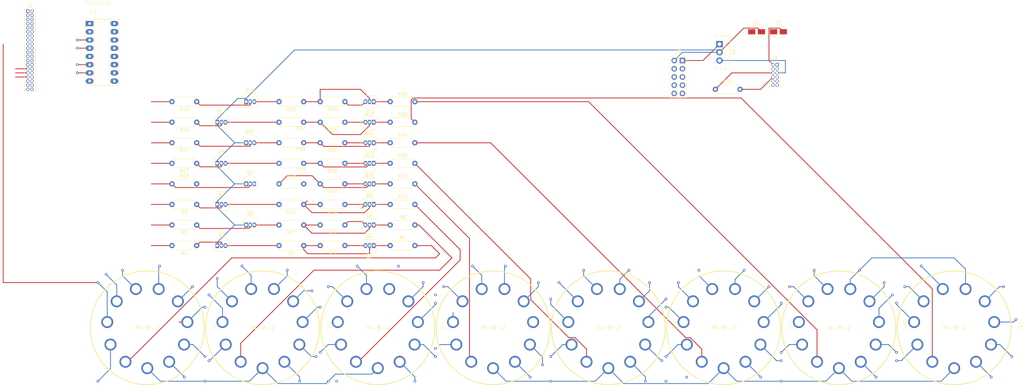
<source format=kicad_pcb>
(kicad_pcb (version 20171130) (host pcbnew "(5.1.6-0-10_14)")
  (layers (0 F.Cu signal) (31 B.Cu signal) (34 B.Paste user) (35 F.Paste user) (36 B.SilkS user) (37 F.SilkS user) (38 B.Mask user) (39 F.Mask user) (44 Edge.Cuts user))
  (net 0 "")
  (net 1 GND)
  (net 2 "Net-(Q1-Pad3)")
  (net 3 "Net-(Q1-Pad2)")
  (net 4 "Net-(Q2-Pad1)")
  (net 5 VCC)
  (net 6 "Net-(Q2-Pad2)")
  (net 7 "Net-(Q3-Pad3)")
  (net 8 "Net-(Q3-Pad2)")
  (net 9 "Net-(Q4-Pad1)")
  (net 10 "Net-(Q4-Pad2)")
  (net 11 "Net-(Q5-Pad3)")
  (net 12 "Net-(Q5-Pad2)")
  (net 13 "Net-(Q6-Pad1)")
  (net 14 "Net-(Q6-Pad2)")
  (net 15 "Net-(Q7-Pad3)")
  (net 16 "Net-(Q7-Pad2)")
  (net 17 "Net-(Q8-Pad1)")
  (net 18 "Net-(Q8-Pad2)")
  (net 19 "Net-(Q9-Pad3)")
  (net 20 "Net-(Q9-Pad2)")
  (net 21 "Net-(Q10-Pad1)")
  (net 22 "Net-(Q10-Pad2)")
  (net 23 "Net-(Q11-Pad3)")
  (net 24 "Net-(Q11-Pad2)")
  (net 25 "Net-(Q12-Pad1)")
  (net 26 "Net-(Q12-Pad2)")
  (net 27 "Net-(Q13-Pad3)")
  (net 28 "Net-(Q13-Pad2)")
  (net 29 "Net-(Q14-Pad1)")
  (net 30 "Net-(Q14-Pad2)")
  (net 31 "Net-(Q15-Pad3)")
  (net 32 "Net-(Q15-Pad2)")
  (net 33 "Net-(Q16-Pad1)")
  (net 34 "Net-(Q16-Pad2)")
  (net 35 +5V)
  (net 36 "Net-(J2-Pad1)")
  (net 37 RPIKIDB)
  (net 38 RPIKIDD)
  (net 39 RPIKIDA)
  (net 40 N9)
  (net 41 N8)
  (net 42 RPIKIDC)
  (net 43 N2)
  (net 44 N7)
  (net 45 N3)
  (net 46 "Net-(J1-Pad40)")
  (net 47 "Net-(J1-Pad38)")
  (net 48 "Net-(J1-Pad36)")
  (net 49 "Net-(J1-Pad34)")
  (net 50 "Net-(J1-Pad32)")
  (net 51 "Net-(J1-Pad30)")
  (net 52 "Net-(J1-Pad28)")
  (net 53 "Net-(J1-Pad26)")
  (net 54 "Net-(J1-Pad24)")
  (net 55 "Net-(J1-Pad20)")
  (net 56 "Net-(J1-Pad14)")
  (net 57 "Net-(J1-Pad12)")
  (net 58 "Net-(J1-Pad10)")
  (net 59 "Net-(J1-Pad8)")
  (net 60 "Net-(J1-Pad6)")
  (net 61 "Net-(J1-Pad4)")
  (net 62 "Net-(J1-Pad2)")
  (net 63 "Net-(J1-Pad39)")
  (net 64 "Net-(J1-Pad37)")
  (net 65 "Net-(J1-Pad27)")
  (net 66 "Net-(J1-Pad25)")
  (net 67 "Net-(J1-Pad23)")
  (net 68 "Net-(J1-Pad21)")
  (net 69 "Net-(J1-Pad19)")
  (net 70 "Net-(J1-Pad17)")
  (net 71 "Net-(J1-Pad15)")
  (net 72 "Net-(J1-Pad13)")
  (net 73 "Net-(J1-Pad9)")
  (net 74 "Net-(J1-Pad7)")
  (net 75 "Net-(J1-Pad5)")
  (net 76 "Net-(J1-Pad3)")
  (net 77 "Net-(J1-Pad1)")
  (net 78 A1)
  (net 79 N6)
  (net 80 N5)
  (net 81 N4)
  (net 82 N1)
  (net 83 N0)
  (net 84 A2)
  (net 85 A3)
  (net 86 A4)
  (net 87 A5)
  (net 88 A6)
  (net 89 A7)
  (net 90 A8)
  (net 91 "Net-(J3-Pad8)")
  (net 92 "Net-(J3-Pad6)")
  (net 93 "Net-(Q2-Pad3)")
  (net 94 "Net-(J3-Pad10)")
  (net 95 "Net-(J3-Pad9)")
  (net 96 "Net-(J3-Pad7)")
  (net 97 "Net-(J3-Pad4)")
  (net 98 "Net-(J3-Pad3)")
  (net 99 "Net-(C1-Pad1)")
  (net 100 "Net-(J2-Pad5)")
  (net 101 "Net-(J2-Pad4)")
  (net 102 "Net-(J2-Pad3)")
  (net 103 "Net-(J3-Pad12)")
  (net 104 "Net-(J3-Pad11)")
  (net 105 "Net-(J1-Pad22)")
  (net 106 "Net-(J1-Pad18)")
  (net 107 "Net-(J1-Pad16)")
  (net 108 "Net-(J1-Pad11)")
  (module Eagle-and-KiCAD-Nixie-Libs-master:nixies-us-IN-1 (layer F.Cu) (at 309.88 110.49)
    (fp_text reference N7 (at 20.6375 -0.79248 90) (layer F.SilkS) (effects (font (size 1.27 1.27) (thickness 0.1016))))
    (fp_text value IN-8-2 (at 0 0) (layer F.SilkS) (effects (font (size 1.27 1.27))))
    (pad A thru_hole circle (at -6.74624 10.50036) (size 3.683 3.683) (drill 2.667) (layers *.Cu *.Mask) (net 89 A7))
    (pad 9 thru_hole circle (at 6.74624 10.50036) (size 3.683 3.683) (drill 2.667) (layers *.Cu *.Mask) (net 40 N9))
    (pad 8 thru_hole circle (at 11.3538 5.18414) (size 3.683 3.683) (drill 2.667) (layers *.Cu *.Mask) (net 41 N8))
    (pad 7 thru_hole circle (at 12.35456 -1.77546) (size 3.683 3.683) (drill 2.667) (layers *.Cu *.Mask) (net 44 N7))
    (pad 6 thru_hole circle (at 9.43356 -8.17372) (size 3.683 3.683) (drill 2.667) (layers *.Cu *.Mask) (net 79 N6))
    (pad 5 thru_hole circle (at 3.51536 -11.9761) (size 3.683 3.683) (drill 2.667) (layers *.Cu *.Mask) (net 80 N5))
    (pad 4 thru_hole circle (at -3.51536 -11.9761) (size 3.683 3.683) (drill 2.667) (layers *.Cu *.Mask) (net 81 N4))
    (pad 3 thru_hole circle (at -9.43356 -8.17372) (size 3.683 3.683) (drill 2.667) (layers *.Cu *.Mask) (net 45 N3))
    (pad 2 thru_hole circle (at -12.35456 -1.77546) (size 3.683 3.683) (drill 2.667) (layers *.Cu *.Mask) (net 43 N2))
    (pad 1 thru_hole circle (at -11.3538 5.18414) (size 3.683 3.683) (drill 2.667) (layers *.Cu *.Mask) (net 82 N1))
    (pad 0 thru_hole circle (at 0 12.48156) (size 3.683 3.683) (drill 2.667) (layers *.Cu *.Mask) (net 83 N0))
  )
  (module Eagle-and-KiCAD-Nixie-Libs-master:nixies-us-IN-1 (layer F.Cu) (at 60.96 110.49)
    (fp_text reference N1 (at 20.6375 -0.79248 90) (layer F.SilkS) (effects (font (size 1.27 1.27) (thickness 0.1016))))
    (fp_text value IN-8-2 (at 0 0) (layer F.SilkS) (effects (font (size 1.27 1.27))))
    (pad A thru_hole circle (at -6.74624 10.50036) (size 3.683 3.683) (drill 2.667) (layers *.Cu *.Mask) (net 78 A1))
    (pad 9 thru_hole circle (at 6.74624 10.50036) (size 3.683 3.683) (drill 2.667) (layers *.Cu *.Mask) (net 40 N9))
    (pad 8 thru_hole circle (at 11.3538 5.18414) (size 3.683 3.683) (drill 2.667) (layers *.Cu *.Mask) (net 41 N8))
    (pad 7 thru_hole circle (at 12.35456 -1.77546) (size 3.683 3.683) (drill 2.667) (layers *.Cu *.Mask) (net 44 N7))
    (pad 6 thru_hole circle (at 9.43356 -8.17372) (size 3.683 3.683) (drill 2.667) (layers *.Cu *.Mask) (net 79 N6))
    (pad 5 thru_hole circle (at 3.51536 -11.9761) (size 3.683 3.683) (drill 2.667) (layers *.Cu *.Mask) (net 80 N5))
    (pad 4 thru_hole circle (at -3.51536 -11.9761) (size 3.683 3.683) (drill 2.667) (layers *.Cu *.Mask) (net 81 N4))
    (pad 3 thru_hole circle (at -9.43356 -8.17372) (size 3.683 3.683) (drill 2.667) (layers *.Cu *.Mask) (net 45 N3))
    (pad 2 thru_hole circle (at -12.35456 -1.77546) (size 3.683 3.683) (drill 2.667) (layers *.Cu *.Mask) (net 43 N2))
    (pad 1 thru_hole circle (at -11.3538 5.18414) (size 3.683 3.683) (drill 2.667) (layers *.Cu *.Mask) (net 82 N1))
    (pad 0 thru_hole circle (at 0 12.48156) (size 3.683 3.683) (drill 2.667) (layers *.Cu *.Mask) (net 83 N0))
  )
  (module Resistor_THT:R_Axial_DIN0207_L6.3mm_D2.5mm_P7.62mm_Horizontal (layer F.Cu) (at 109.22 78.74 180)
    (fp_text reference R7 (at 3.81 -2.37) (layer F.SilkS))
    (fp_text value 1M)
    (pad 2 thru_hole oval (at 7.62 0 180) (size 1.6 1.6) (drill 0.8) (layers *.Cu *.Mask) (net 7 "Net-(Q3-Pad3)"))
    (pad 1 thru_hole circle (at 0 0 180) (size 1.6 1.6) (drill 0.8) (layers *.Cu *.Mask) (net 10 "Net-(Q4-Pad2)"))
  )
  (module Resistor_THT:R_Axial_DIN0207_L6.3mm_D2.5mm_P7.62mm_Horizontal (layer F.Cu) (at 76.2 78.74 180)
    (fp_text reference R5 (at 3.81 -2.37) (layer F.SilkS))
    (fp_text value 10k)
    (pad 2 thru_hole oval (at 7.62 0 180) (size 1.6 1.6) (drill 0.8) (layers *.Cu *.Mask) (net 56 "Net-(J1-Pad14)"))
    (pad 1 thru_hole circle (at 0 0 180) (size 1.6 1.6) (drill 0.8) (layers *.Cu *.Mask) (net 8 "Net-(Q3-Pad2)"))
  )
  (module Resistor_THT:R_Axial_DIN0207_L6.3mm_D2.5mm_P7.62mm_Horizontal (layer F.Cu) (at 135.89 78.74)
    (fp_text reference R8 (at 3.81 -2.37) (layer F.SilkS))
    (fp_text value 10k)
    (pad 2 thru_hole oval (at 7.62 0) (size 1.6 1.6) (drill 0.8) (layers *.Cu *.Mask) (net 84 A2))
    (pad 1 thru_hole circle (at 0 0) (size 1.6 1.6) (drill 0.8) (layers *.Cu *.Mask) (net 9 "Net-(Q4-Pad1)"))
  )
  (module Resistor_THT:R_Axial_DIN0207_L6.3mm_D2.5mm_P7.62mm_Horizontal (layer F.Cu) (at 135.89 85.09)
    (fp_text reference R4 (at 3.81 -2.37) (layer F.SilkS))
    (fp_text value 10k)
    (pad 2 thru_hole oval (at 7.62 0) (size 1.6 1.6) (drill 0.8) (layers *.Cu *.Mask) (net 78 A1))
    (pad 1 thru_hole circle (at 0 0) (size 1.6 1.6) (drill 0.8) (layers *.Cu *.Mask) (net 4 "Net-(Q2-Pad1)"))
  )
  (module Resistor_THT:R_Axial_DIN0207_L6.3mm_D2.5mm_P7.62mm_Horizontal (layer F.Cu) (at 121.92 78.74 180)
    (fp_text reference R6 (at 3.81 -2.37) (layer F.SilkS))
    (fp_text value 10K)
    (pad 2 thru_hole oval (at 7.62 0 180) (size 1.6 1.6) (drill 0.8) (layers *.Cu *.Mask) (net 10 "Net-(Q4-Pad2)"))
    (pad 1 thru_hole circle (at 0 0 180) (size 1.6 1.6) (drill 0.8) (layers *.Cu *.Mask) (net 5 VCC))
  )
  (module Resistor_THT:R_Axial_DIN0207_L6.3mm_D2.5mm_P7.62mm_Horizontal (layer F.Cu) (at 109.22 85.09 180)
    (fp_text reference R2 (at 3.81 -2.37) (layer F.SilkS))
    (fp_text value 1M)
    (pad 2 thru_hole oval (at 7.62 0 180) (size 1.6 1.6) (drill 0.8) (layers *.Cu *.Mask) (net 2 "Net-(Q1-Pad3)"))
    (pad 1 thru_hole circle (at 0 0 180) (size 1.6 1.6) (drill 0.8) (layers *.Cu *.Mask) (net 6 "Net-(Q2-Pad2)"))
  )
  (module Resistor_THT:R_Axial_DIN0207_L6.3mm_D2.5mm_P7.62mm_Horizontal (layer F.Cu) (at 121.92 85.09 180)
    (fp_text reference R3 (at 3.81 -2.37) (layer F.SilkS))
    (fp_text value 10K)
    (pad 2 thru_hole oval (at 7.62 0 180) (size 1.6 1.6) (drill 0.8) (layers *.Cu *.Mask) (net 6 "Net-(Q2-Pad2)"))
    (pad 1 thru_hole circle (at 0 0 180) (size 1.6 1.6) (drill 0.8) (layers *.Cu *.Mask) (net 93 "Net-(Q2-Pad3)"))
  )
  (module Resistor_THT:R_Axial_DIN0207_L6.3mm_D2.5mm_P7.62mm_Horizontal (layer F.Cu) (at 76.2 85.09 180)
    (fp_text reference R1 (at 3.81 -2.37) (layer F.SilkS))
    (fp_text value 10k)
    (pad 2 thru_hole oval (at 7.62 0 180) (size 1.6 1.6) (drill 0.8) (layers *.Cu *.Mask) (net 57 "Net-(J1-Pad12)"))
    (pad 1 thru_hole circle (at 0 0 180) (size 1.6 1.6) (drill 0.8) (layers *.Cu *.Mask) (net 3 "Net-(Q1-Pad2)"))
  )
  (module Eagle-and-KiCAD-Nixie-Libs-master:nixies-us-IN-1 (layer F.Cu) (at 274.32 110.49)
    (fp_text reference N8 (at 20.6375 -0.79248 90) (layer F.SilkS) (effects (font (size 1.27 1.27) (thickness 0.1016))))
    (fp_text value IN-8-2 (at 0 0) (layer F.SilkS) (effects (font (size 1.27 1.27))))
    (pad A thru_hole circle (at -6.74624 10.50036) (size 3.683 3.683) (drill 2.667) (layers *.Cu *.Mask) (net 90 A8))
    (pad 9 thru_hole circle (at 6.74624 10.50036) (size 3.683 3.683) (drill 2.667) (layers *.Cu *.Mask) (net 40 N9))
    (pad 8 thru_hole circle (at 11.3538 5.18414) (size 3.683 3.683) (drill 2.667) (layers *.Cu *.Mask) (net 41 N8))
    (pad 7 thru_hole circle (at 12.35456 -1.77546) (size 3.683 3.683) (drill 2.667) (layers *.Cu *.Mask) (net 44 N7))
    (pad 6 thru_hole circle (at 9.43356 -8.17372) (size 3.683 3.683) (drill 2.667) (layers *.Cu *.Mask) (net 79 N6))
    (pad 5 thru_hole circle (at 3.51536 -11.9761) (size 3.683 3.683) (drill 2.667) (layers *.Cu *.Mask) (net 80 N5))
    (pad 4 thru_hole circle (at -3.51536 -11.9761) (size 3.683 3.683) (drill 2.667) (layers *.Cu *.Mask) (net 81 N4))
    (pad 3 thru_hole circle (at -9.43356 -8.17372) (size 3.683 3.683) (drill 2.667) (layers *.Cu *.Mask) (net 45 N3))
    (pad 2 thru_hole circle (at -12.35456 -1.77546) (size 3.683 3.683) (drill 2.667) (layers *.Cu *.Mask) (net 43 N2))
    (pad 1 thru_hole circle (at -11.3538 5.18414) (size 3.683 3.683) (drill 2.667) (layers *.Cu *.Mask) (net 82 N1))
    (pad 0 thru_hole circle (at 0 12.48156) (size 3.683 3.683) (drill 2.667) (layers *.Cu *.Mask) (net 83 N0))
  )
  (module Eagle-and-KiCAD-Nixie-Libs-master:nixies-us-IN-1 (layer F.Cu) (at 238.76 110.49)
    (fp_text reference N6 (at 20.6375 -0.79248 90) (layer F.SilkS) (effects (font (size 1.27 1.27) (thickness 0.1016))))
    (fp_text value IN-8-2 (at 0 0) (layer F.SilkS) (effects (font (size 1.27 1.27))))
    (pad A thru_hole circle (at -6.74624 10.50036) (size 3.683 3.683) (drill 2.667) (layers *.Cu *.Mask) (net 88 A6))
    (pad 9 thru_hole circle (at 6.74624 10.50036) (size 3.683 3.683) (drill 2.667) (layers *.Cu *.Mask) (net 40 N9))
    (pad 8 thru_hole circle (at 11.3538 5.18414) (size 3.683 3.683) (drill 2.667) (layers *.Cu *.Mask) (net 41 N8))
    (pad 7 thru_hole circle (at 12.35456 -1.77546) (size 3.683 3.683) (drill 2.667) (layers *.Cu *.Mask) (net 44 N7))
    (pad 6 thru_hole circle (at 9.43356 -8.17372) (size 3.683 3.683) (drill 2.667) (layers *.Cu *.Mask) (net 79 N6))
    (pad 5 thru_hole circle (at 3.51536 -11.9761) (size 3.683 3.683) (drill 2.667) (layers *.Cu *.Mask) (net 80 N5))
    (pad 4 thru_hole circle (at -3.51536 -11.9761) (size 3.683 3.683) (drill 2.667) (layers *.Cu *.Mask) (net 81 N4))
    (pad 3 thru_hole circle (at -9.43356 -8.17372) (size 3.683 3.683) (drill 2.667) (layers *.Cu *.Mask) (net 45 N3))
    (pad 2 thru_hole circle (at -12.35456 -1.77546) (size 3.683 3.683) (drill 2.667) (layers *.Cu *.Mask) (net 43 N2))
    (pad 1 thru_hole circle (at -11.3538 5.18414) (size 3.683 3.683) (drill 2.667) (layers *.Cu *.Mask) (net 82 N1))
    (pad 0 thru_hole circle (at 0 12.48156) (size 3.683 3.683) (drill 2.667) (layers *.Cu *.Mask) (net 83 N0))
  )
  (module Eagle-and-KiCAD-Nixie-Libs-master:nixies-us-IN-1 (layer F.Cu) (at 203.2 110.49)
    (fp_text reference N5 (at 20.6375 -0.79248 90) (layer F.SilkS) (effects (font (size 1.27 1.27) (thickness 0.1016))))
    (fp_text value IN-8-2 (at 0 0) (layer F.SilkS) (effects (font (size 1.27 1.27))))
    (pad A thru_hole circle (at -6.74624 10.50036) (size 3.683 3.683) (drill 2.667) (layers *.Cu *.Mask) (net 87 A5))
    (pad 9 thru_hole circle (at 6.74624 10.50036) (size 3.683 3.683) (drill 2.667) (layers *.Cu *.Mask) (net 40 N9))
    (pad 8 thru_hole circle (at 11.3538 5.18414) (size 3.683 3.683) (drill 2.667) (layers *.Cu *.Mask) (net 41 N8))
    (pad 7 thru_hole circle (at 12.35456 -1.77546) (size 3.683 3.683) (drill 2.667) (layers *.Cu *.Mask) (net 44 N7))
    (pad 6 thru_hole circle (at 9.43356 -8.17372) (size 3.683 3.683) (drill 2.667) (layers *.Cu *.Mask) (net 79 N6))
    (pad 5 thru_hole circle (at 3.51536 -11.9761) (size 3.683 3.683) (drill 2.667) (layers *.Cu *.Mask) (net 80 N5))
    (pad 4 thru_hole circle (at -3.51536 -11.9761) (size 3.683 3.683) (drill 2.667) (layers *.Cu *.Mask) (net 81 N4))
    (pad 3 thru_hole circle (at -9.43356 -8.17372) (size 3.683 3.683) (drill 2.667) (layers *.Cu *.Mask) (net 45 N3))
    (pad 2 thru_hole circle (at -12.35456 -1.77546) (size 3.683 3.683) (drill 2.667) (layers *.Cu *.Mask) (net 43 N2))
    (pad 1 thru_hole circle (at -11.3538 5.18414) (size 3.683 3.683) (drill 2.667) (layers *.Cu *.Mask) (net 82 N1))
    (pad 0 thru_hole circle (at 0 12.48156) (size 3.683 3.683) (drill 2.667) (layers *.Cu *.Mask) (net 83 N0))
  )
  (module Eagle-and-KiCAD-Nixie-Libs-master:nixies-us-IN-1 (layer F.Cu) (at 167.64 110.49)
    (fp_text reference N4 (at 20.6375 -0.79248 90) (layer F.SilkS) (effects (font (size 1.27 1.27) (thickness 0.1016))))
    (fp_text value IN-8-2 (at 0 0) (layer F.SilkS) (effects (font (size 1.27 1.27))))
    (pad A thru_hole circle (at -6.74624 10.50036) (size 3.683 3.683) (drill 2.667) (layers *.Cu *.Mask) (net 86 A4))
    (pad 9 thru_hole circle (at 6.74624 10.50036) (size 3.683 3.683) (drill 2.667) (layers *.Cu *.Mask) (net 40 N9))
    (pad 8 thru_hole circle (at 11.3538 5.18414) (size 3.683 3.683) (drill 2.667) (layers *.Cu *.Mask) (net 41 N8))
    (pad 7 thru_hole circle (at 12.35456 -1.77546) (size 3.683 3.683) (drill 2.667) (layers *.Cu *.Mask) (net 44 N7))
    (pad 6 thru_hole circle (at 9.43356 -8.17372) (size 3.683 3.683) (drill 2.667) (layers *.Cu *.Mask) (net 79 N6))
    (pad 5 thru_hole circle (at 3.51536 -11.9761) (size 3.683 3.683) (drill 2.667) (layers *.Cu *.Mask) (net 80 N5))
    (pad 4 thru_hole circle (at -3.51536 -11.9761) (size 3.683 3.683) (drill 2.667) (layers *.Cu *.Mask) (net 81 N4))
    (pad 3 thru_hole circle (at -9.43356 -8.17372) (size 3.683 3.683) (drill 2.667) (layers *.Cu *.Mask) (net 45 N3))
    (pad 2 thru_hole circle (at -12.35456 -1.77546) (size 3.683 3.683) (drill 2.667) (layers *.Cu *.Mask) (net 43 N2))
    (pad 1 thru_hole circle (at -11.3538 5.18414) (size 3.683 3.683) (drill 2.667) (layers *.Cu *.Mask) (net 82 N1))
    (pad 0 thru_hole circle (at 0 12.48156) (size 3.683 3.683) (drill 2.667) (layers *.Cu *.Mask) (net 83 N0))
  )
  (module Eagle-and-KiCAD-Nixie-Libs-master:nixies-us-IN-1 (layer F.Cu) (at 132.08 110.49)
    (fp_text reference N3 (at 20.6375 -0.79248 90) (layer F.SilkS) (effects (font (size 1.27 1.27) (thickness 0.1016))))
    (fp_text value IN-8-2 (at 0 0) (layer F.SilkS) (effects (font (size 1.27 1.27))))
    (pad A thru_hole circle (at -6.74624 10.50036) (size 3.683 3.683) (drill 2.667) (layers *.Cu *.Mask) (net 85 A3))
    (pad 9 thru_hole circle (at 6.74624 10.50036) (size 3.683 3.683) (drill 2.667) (layers *.Cu *.Mask) (net 40 N9))
    (pad 8 thru_hole circle (at 11.3538 5.18414) (size 3.683 3.683) (drill 2.667) (layers *.Cu *.Mask) (net 41 N8))
    (pad 7 thru_hole circle (at 12.35456 -1.77546) (size 3.683 3.683) (drill 2.667) (layers *.Cu *.Mask) (net 44 N7))
    (pad 6 thru_hole circle (at 9.43356 -8.17372) (size 3.683 3.683) (drill 2.667) (layers *.Cu *.Mask) (net 79 N6))
    (pad 5 thru_hole circle (at 3.51536 -11.9761) (size 3.683 3.683) (drill 2.667) (layers *.Cu *.Mask) (net 80 N5))
    (pad 4 thru_hole circle (at -3.51536 -11.9761) (size 3.683 3.683) (drill 2.667) (layers *.Cu *.Mask) (net 81 N4))
    (pad 3 thru_hole circle (at -9.43356 -8.17372) (size 3.683 3.683) (drill 2.667) (layers *.Cu *.Mask) (net 45 N3))
    (pad 2 thru_hole circle (at -12.35456 -1.77546) (size 3.683 3.683) (drill 2.667) (layers *.Cu *.Mask) (net 43 N2))
    (pad 1 thru_hole circle (at -11.3538 5.18414) (size 3.683 3.683) (drill 2.667) (layers *.Cu *.Mask) (net 82 N1))
    (pad 0 thru_hole circle (at 0 12.48156) (size 3.683 3.683) (drill 2.667) (layers *.Cu *.Mask) (net 83 N0))
  )
  (module Eagle-and-KiCAD-Nixie-Libs-master:nixies-us-IN-1 (layer F.Cu) (at 96.52 110.49)
    (fp_text reference N2 (at 20.6375 -0.79248 90) (layer F.SilkS) (effects (font (size 1.27 1.27) (thickness 0.1016))))
    (fp_text value IN-8-2 (at 0 0) (layer F.SilkS) (effects (font (size 1.27 1.27))))
    (pad A thru_hole circle (at -6.74624 10.50036) (size 3.683 3.683) (drill 2.667) (layers *.Cu *.Mask) (net 84 A2))
    (pad 9 thru_hole circle (at 6.74624 10.50036) (size 3.683 3.683) (drill 2.667) (layers *.Cu *.Mask) (net 40 N9))
    (pad 8 thru_hole circle (at 11.3538 5.18414) (size 3.683 3.683) (drill 2.667) (layers *.Cu *.Mask) (net 41 N8))
    (pad 7 thru_hole circle (at 12.35456 -1.77546) (size 3.683 3.683) (drill 2.667) (layers *.Cu *.Mask) (net 44 N7))
    (pad 6 thru_hole circle (at 9.43356 -8.17372) (size 3.683 3.683) (drill 2.667) (layers *.Cu *.Mask) (net 79 N6))
    (pad 5 thru_hole circle (at 3.51536 -11.9761) (size 3.683 3.683) (drill 2.667) (layers *.Cu *.Mask) (net 80 N5))
    (pad 4 thru_hole circle (at -3.51536 -11.9761) (size 3.683 3.683) (drill 2.667) (layers *.Cu *.Mask) (net 81 N4))
    (pad 3 thru_hole circle (at -9.43356 -8.17372) (size 3.683 3.683) (drill 2.667) (layers *.Cu *.Mask) (net 45 N3))
    (pad 2 thru_hole circle (at -12.35456 -1.77546) (size 3.683 3.683) (drill 2.667) (layers *.Cu *.Mask) (net 43 N2))
    (pad 1 thru_hole circle (at -11.3538 5.18414) (size 3.683 3.683) (drill 2.667) (layers *.Cu *.Mask) (net 82 N1))
    (pad 0 thru_hole circle (at 0 12.48156) (size 3.683 3.683) (drill 2.667) (layers *.Cu *.Mask) (net 83 N0))
  )
  (module Package_TO_SOT_THT:TO-92_Inline (layer F.Cu) (at 130.81 85.09 180)
    (fp_text reference Q2 (at 1.27 -3.56) (layer F.SilkS))
    (fp_text value MPSA92)
    (pad 1 thru_hole rect (at 0 0 180) (size 1.05 1.5) (drill 0.75) (layers *.Cu *.Mask) (net 4 "Net-(Q2-Pad1)"))
    (pad 3 thru_hole oval (at 2.54 0 180) (size 1.05 1.5) (drill 0.75) (layers *.Cu *.Mask) (net 93 "Net-(Q2-Pad3)"))
    (pad 2 thru_hole oval (at 1.27 0 180) (size 1.05 1.5) (drill 0.75) (layers *.Cu *.Mask) (net 6 "Net-(Q2-Pad2)"))
  )
  (module Package_TO_SOT_THT:TO-92_Inline (layer F.Cu) (at 82.55 85.09)
    (fp_text reference Q1 (at 1.27 -3.56) (layer F.SilkS))
    (fp_text value MPSA42)
    (pad 1 thru_hole rect (at 0 0) (size 1.05 1.5) (drill 0.75) (layers *.Cu *.Mask) (net 1 GND))
    (pad 3 thru_hole oval (at 2.54 0) (size 1.05 1.5) (drill 0.75) (layers *.Cu *.Mask) (net 2 "Net-(Q1-Pad3)"))
    (pad 2 thru_hole oval (at 1.27 0) (size 1.05 1.5) (drill 0.75) (layers *.Cu *.Mask) (net 3 "Net-(Q1-Pad2)"))
  )
  (module Package_TO_SOT_THT:TO-92_Inline (layer F.Cu) (at 130.81 78.74 180)
    (fp_text reference Q4 (at 1.27 -3.56) (layer F.SilkS))
    (fp_text value MPSA92)
    (pad 1 thru_hole rect (at 0 0 180) (size 1.05 1.5) (drill 0.75) (layers *.Cu *.Mask) (net 9 "Net-(Q4-Pad1)"))
    (pad 3 thru_hole oval (at 2.54 0 180) (size 1.05 1.5) (drill 0.75) (layers *.Cu *.Mask) (net 5 VCC))
    (pad 2 thru_hole oval (at 1.27 0 180) (size 1.05 1.5) (drill 0.75) (layers *.Cu *.Mask) (net 10 "Net-(Q4-Pad2)"))
  )
  (module Package_TO_SOT_THT:TO-92_Inline (layer F.Cu) (at 91.44 78.74)
    (fp_text reference Q3 (at 1.27 -3.56) (layer F.SilkS))
    (fp_text value MPSA42)
    (pad 1 thru_hole rect (at 0 0) (size 1.05 1.5) (drill 0.75) (layers *.Cu *.Mask) (net 1 GND))
    (pad 3 thru_hole oval (at 2.54 0) (size 1.05 1.5) (drill 0.75) (layers *.Cu *.Mask) (net 7 "Net-(Q3-Pad3)"))
    (pad 2 thru_hole oval (at 1.27 0) (size 1.05 1.5) (drill 0.75) (layers *.Cu *.Mask) (net 8 "Net-(Q3-Pad2)"))
  )
  (module Connector_PinHeader_1.27mm:PinHeader_2x20_P1.27mm_Vertical (layer F.Cu) (at 24.13 12.7)
    (fp_text reference J1 (at 0.635 -1.695) (layer F.SilkS))
    (fp_text value Connector-ML_RPi_GPIO)
    (pad 40 thru_hole oval (at 1.27 24.13) (size 1 1) (drill 0.65) (layers *.Cu *.Mask) (net 46 "Net-(J1-Pad40)"))
    (pad 39 thru_hole oval (at 0 24.13) (size 1 1) (drill 0.65) (layers *.Cu *.Mask) (net 63 "Net-(J1-Pad39)"))
    (pad 38 thru_hole oval (at 1.27 22.86) (size 1 1) (drill 0.65) (layers *.Cu *.Mask) (net 47 "Net-(J1-Pad38)"))
    (pad 37 thru_hole oval (at 0 22.86) (size 1 1) (drill 0.65) (layers *.Cu *.Mask) (net 64 "Net-(J1-Pad37)"))
    (pad 36 thru_hole oval (at 1.27 21.59) (size 1 1) (drill 0.65) (layers *.Cu *.Mask) (net 48 "Net-(J1-Pad36)"))
    (pad 35 thru_hole oval (at 0 21.59) (size 1 1) (drill 0.65) (layers *.Cu *.Mask) (net 39 RPIKIDA))
    (pad 34 thru_hole oval (at 1.27 20.32) (size 1 1) (drill 0.65) (layers *.Cu *.Mask) (net 49 "Net-(J1-Pad34)"))
    (pad 33 thru_hole oval (at 0 20.32) (size 1 1) (drill 0.65) (layers *.Cu *.Mask) (net 37 RPIKIDB))
    (pad 32 thru_hole oval (at 1.27 19.05) (size 1 1) (drill 0.65) (layers *.Cu *.Mask) (net 50 "Net-(J1-Pad32)"))
    (pad 31 thru_hole oval (at 0 19.05) (size 1 1) (drill 0.65) (layers *.Cu *.Mask) (net 42 RPIKIDC))
    (pad 30 thru_hole oval (at 1.27 17.78) (size 1 1) (drill 0.65) (layers *.Cu *.Mask) (net 51 "Net-(J1-Pad30)"))
    (pad 29 thru_hole oval (at 0 17.78) (size 1 1) (drill 0.65) (layers *.Cu *.Mask) (net 38 RPIKIDD))
    (pad 28 thru_hole oval (at 1.27 16.51) (size 1 1) (drill 0.65) (layers *.Cu *.Mask) (net 52 "Net-(J1-Pad28)"))
    (pad 27 thru_hole oval (at 0 16.51) (size 1 1) (drill 0.65) (layers *.Cu *.Mask) (net 65 "Net-(J1-Pad27)"))
    (pad 26 thru_hole oval (at 1.27 15.24) (size 1 1) (drill 0.65) (layers *.Cu *.Mask) (net 53 "Net-(J1-Pad26)"))
    (pad 25 thru_hole oval (at 0 15.24) (size 1 1) (drill 0.65) (layers *.Cu *.Mask) (net 66 "Net-(J1-Pad25)"))
    (pad 24 thru_hole oval (at 1.27 13.97) (size 1 1) (drill 0.65) (layers *.Cu *.Mask) (net 54 "Net-(J1-Pad24)"))
    (pad 23 thru_hole oval (at 0 13.97) (size 1 1) (drill 0.65) (layers *.Cu *.Mask) (net 67 "Net-(J1-Pad23)"))
    (pad 22 thru_hole oval (at 1.27 12.7) (size 1 1) (drill 0.65) (layers *.Cu *.Mask) (net 105 "Net-(J1-Pad22)"))
    (pad 21 thru_hole oval (at 0 12.7) (size 1 1) (drill 0.65) (layers *.Cu *.Mask) (net 68 "Net-(J1-Pad21)"))
    (pad 20 thru_hole oval (at 1.27 11.43) (size 1 1) (drill 0.65) (layers *.Cu *.Mask) (net 55 "Net-(J1-Pad20)"))
    (pad 19 thru_hole oval (at 0 11.43) (size 1 1) (drill 0.65) (layers *.Cu *.Mask) (net 69 "Net-(J1-Pad19)"))
    (pad 18 thru_hole oval (at 1.27 10.16) (size 1 1) (drill 0.65) (layers *.Cu *.Mask) (net 106 "Net-(J1-Pad18)"))
    (pad 17 thru_hole oval (at 0 10.16) (size 1 1) (drill 0.65) (layers *.Cu *.Mask) (net 70 "Net-(J1-Pad17)"))
    (pad 16 thru_hole oval (at 1.27 8.89) (size 1 1) (drill 0.65) (layers *.Cu *.Mask) (net 107 "Net-(J1-Pad16)"))
    (pad 15 thru_hole oval (at 0 8.89) (size 1 1) (drill 0.65) (layers *.Cu *.Mask) (net 71 "Net-(J1-Pad15)"))
    (pad 14 thru_hole oval (at 1.27 7.62) (size 1 1) (drill 0.65) (layers *.Cu *.Mask) (net 56 "Net-(J1-Pad14)"))
    (pad 13 thru_hole oval (at 0 7.62) (size 1 1) (drill 0.65) (layers *.Cu *.Mask) (net 72 "Net-(J1-Pad13)"))
    (pad 12 thru_hole oval (at 1.27 6.35) (size 1 1) (drill 0.65) (layers *.Cu *.Mask) (net 57 "Net-(J1-Pad12)"))
    (pad 11 thru_hole oval (at 0 6.35) (size 1 1) (drill 0.65) (layers *.Cu *.Mask) (net 108 "Net-(J1-Pad11)"))
    (pad 10 thru_hole oval (at 1.27 5.08) (size 1 1) (drill 0.65) (layers *.Cu *.Mask) (net 58 "Net-(J1-Pad10)"))
    (pad 9 thru_hole oval (at 0 5.08) (size 1 1) (drill 0.65) (layers *.Cu *.Mask) (net 73 "Net-(J1-Pad9)"))
    (pad 8 thru_hole oval (at 1.27 3.81) (size 1 1) (drill 0.65) (layers *.Cu *.Mask) (net 59 "Net-(J1-Pad8)"))
    (pad 7 thru_hole oval (at 0 3.81) (size 1 1) (drill 0.65) (layers *.Cu *.Mask) (net 74 "Net-(J1-Pad7)"))
    (pad 6 thru_hole oval (at 1.27 2.54) (size 1 1) (drill 0.65) (layers *.Cu *.Mask) (net 60 "Net-(J1-Pad6)"))
    (pad 5 thru_hole oval (at 0 2.54) (size 1 1) (drill 0.65) (layers *.Cu *.Mask) (net 75 "Net-(J1-Pad5)"))
    (pad 4 thru_hole oval (at 1.27 1.27) (size 1 1) (drill 0.65) (layers *.Cu *.Mask) (net 61 "Net-(J1-Pad4)"))
    (pad 3 thru_hole oval (at 0 1.27) (size 1 1) (drill 0.65) (layers *.Cu *.Mask) (net 76 "Net-(J1-Pad3)"))
    (pad 2 thru_hole oval (at 1.27 0) (size 1 1) (drill 0.65) (layers *.Cu *.Mask) (net 62 "Net-(J1-Pad2)"))
    (pad 1 thru_hole rect (at 0 0) (size 1 1) (drill 0.65) (layers *.Cu *.Mask) (net 77 "Net-(J1-Pad1)"))
  )
  (module Connector_PinSocket_2.54mm:PinSocket_2x05_P2.54mm_Vertical (layer F.Cu) (at 226.06 27.94)
    (fp_text reference J2 (at -1.27 -2.77) (layer F.SilkS))
    (fp_text value Conn_2Rows-05Pins)
    (pad 10 thru_hole oval (at -2.54 10.16) (size 1.7 1.7) (drill 1) (layers *.Cu *.Mask))
    (pad 9 thru_hole oval (at 0 10.16) (size 1.7 1.7) (drill 1) (layers *.Cu *.Mask))
    (pad 8 thru_hole oval (at -2.54 7.62) (size 1.7 1.7) (drill 1) (layers *.Cu *.Mask))
    (pad 7 thru_hole oval (at 0 7.62) (size 1.7 1.7) (drill 1) (layers *.Cu *.Mask))
    (pad 6 thru_hole oval (at -2.54 5.08) (size 1.7 1.7) (drill 1) (layers *.Cu *.Mask))
    (pad 5 thru_hole oval (at 0 5.08) (size 1.7 1.7) (drill 1) (layers *.Cu *.Mask) (net 100 "Net-(J2-Pad5)"))
    (pad 4 thru_hole oval (at -2.54 2.54) (size 1.7 1.7) (drill 1) (layers *.Cu *.Mask) (net 101 "Net-(J2-Pad4)"))
    (pad 3 thru_hole oval (at 0 2.54) (size 1.7 1.7) (drill 1) (layers *.Cu *.Mask) (net 102 "Net-(J2-Pad3)"))
    (pad 2 thru_hole oval (at -2.54 0) (size 1.7 1.7) (drill 1) (layers *.Cu *.Mask) (net 1 GND))
    (pad 1 thru_hole rect (at 0 0) (size 1.7 1.7) (drill 1) (layers *.Cu *.Mask) (net 36 "Net-(J2-Pad1)"))
  )
  (module Capacitor_SMD:CP_Elec_3x5.3 (layer F.Cu) (at 248.92 19.05)
    (fp_text reference C1 (at 0 -2.7) (layer F.SilkS))
    (fp_text value CP)
    (pad 2 smd rect (at 1.5 0) (size 2.2 1.6) (layers F.Cu F.Paste F.Mask) (net 1 GND))
    (pad 1 smd rect (at -1.5 0) (size 2.2 1.6) (layers F.Cu F.Paste F.Mask) (net 99 "Net-(C1-Pad1)"))
  )
  (module Connector_PinSocket_1.27mm:PinSocket_2x06_P1.27mm_Vertical (layer F.Cu) (at 255.27 29.21)
    (fp_text reference J3 (at -0.635 -2.135) (layer F.SilkS))
    (fp_text value Conn_02x08_Top_Bottom)
    (pad 12 thru_hole oval (at -1.27 6.35) (size 1 1) (drill 0.7) (layers *.Cu *.Mask) (net 103 "Net-(J3-Pad12)"))
    (pad 11 thru_hole oval (at 0 6.35) (size 1 1) (drill 0.7) (layers *.Cu *.Mask) (net 104 "Net-(J3-Pad11)"))
    (pad 10 thru_hole oval (at -1.27 5.08) (size 1 1) (drill 0.7) (layers *.Cu *.Mask) (net 94 "Net-(J3-Pad10)"))
    (pad 9 thru_hole oval (at 0 5.08) (size 1 1) (drill 0.7) (layers *.Cu *.Mask) (net 95 "Net-(J3-Pad9)"))
    (pad 8 thru_hole oval (at -1.27 3.81) (size 1 1) (drill 0.7) (layers *.Cu *.Mask) (net 91 "Net-(J3-Pad8)"))
    (pad 7 thru_hole oval (at 0 3.81) (size 1 1) (drill 0.7) (layers *.Cu *.Mask) (net 96 "Net-(J3-Pad7)"))
    (pad 6 thru_hole oval (at -1.27 2.54) (size 1 1) (drill 0.7) (layers *.Cu *.Mask) (net 92 "Net-(J3-Pad6)"))
    (pad 5 thru_hole oval (at 0 2.54) (size 1 1) (drill 0.7) (layers *.Cu *.Mask) (net 35 +5V))
    (pad 4 thru_hole oval (at -1.27 1.27) (size 1 1) (drill 0.7) (layers *.Cu *.Mask) (net 97 "Net-(J3-Pad4)"))
    (pad 3 thru_hole oval (at 0 1.27) (size 1 1) (drill 0.7) (layers *.Cu *.Mask) (net 98 "Net-(J3-Pad3)"))
    (pad 2 thru_hole oval (at -1.27 0) (size 1 1) (drill 0.7) (layers *.Cu *.Mask) (net 1 GND))
    (pad 1 thru_hole rect (at 0 0) (size 1 1) (drill 0.7) (layers *.Cu *.Mask) (net 99 "Net-(C1-Pad1)"))
  )
  (module Capacitor_SMD:CP_Elec_3x5.3 (layer F.Cu) (at 255.67 19.05)
    (fp_text reference C2 (at 0 -2.7) (layer F.SilkS))
    (fp_text value CP)
    (pad 2 smd rect (at 1.5 0) (size 2.2 1.6) (layers F.Cu F.Paste F.Mask) (net 1 GND))
    (pad 1 smd rect (at -1.5 0) (size 2.2 1.6) (layers F.Cu F.Paste F.Mask) (net 35 +5V))
  )
  (module Package_DIP:DIP-16_W7.62mm_Socket_LongPads (layer F.Cu) (at 43.18 16.51)
    (fp_text reference U1 (at 1.27 -3.81) (layer F.SilkS) (effects (font (size 1.27 1.27) (thickness 0.1016))))
    (fp_text value K155NA1 (at 2.54 -6.35) (layer F.SilkS) (effects (font (size 1.27 1.27) (thickness 0.1016))))
    (pad 16 thru_hole oval (at 7.62 0) (size 2.4 1.6) (drill 0.8) (layers *.Cu *.Mask) (net 83 N0))
    (pad 8 thru_hole oval (at 0 17.78) (size 2.4 1.6) (drill 0.8) (layers *.Cu *.Mask) (net 43 N2))
    (pad 15 thru_hole oval (at 7.62 2.54) (size 2.4 1.6) (drill 0.8) (layers *.Cu *.Mask) (net 82 N1))
    (pad 7 thru_hole oval (at 0 15.24) (size 2.4 1.6) (drill 0.8) (layers *.Cu *.Mask) (net 42 RPIKIDC))
    (pad 14 thru_hole oval (at 7.62 5.08) (size 2.4 1.6) (drill 0.8) (layers *.Cu *.Mask) (net 80 N5))
    (pad 6 thru_hole oval (at 0 12.7) (size 2.4 1.6) (drill 0.8) (layers *.Cu *.Mask) (net 37 RPIKIDB))
    (pad 13 thru_hole oval (at 7.62 7.62) (size 2.4 1.6) (drill 0.8) (layers *.Cu *.Mask) (net 81 N4))
    (pad 5 thru_hole oval (at 0 10.16) (size 2.4 1.6) (drill 0.8) (layers *.Cu *.Mask) (net 35 +5V))
    (pad 12 thru_hole oval (at 7.62 10.16) (size 2.4 1.6) (drill 0.8) (layers *.Cu *.Mask) (net 1 GND))
    (pad 4 thru_hole oval (at 0 7.62) (size 2.4 1.6) (drill 0.8) (layers *.Cu *.Mask) (net 38 RPIKIDD))
    (pad 11 thru_hole oval (at 7.62 12.7) (size 2.4 1.6) (drill 0.8) (layers *.Cu *.Mask) (net 79 N6))
    (pad 3 thru_hole oval (at 0 5.08) (size 2.4 1.6) (drill 0.8) (layers *.Cu *.Mask) (net 39 RPIKIDA))
    (pad 10 thru_hole oval (at 7.62 15.24) (size 2.4 1.6) (drill 0.8) (layers *.Cu *.Mask) (net 44 N7))
    (pad 2 thru_hole oval (at 0 2.54) (size 2.4 1.6) (drill 0.8) (layers *.Cu *.Mask) (net 40 N9))
    (pad 9 thru_hole oval (at 7.62 17.78) (size 2.4 1.6) (drill 0.8) (layers *.Cu *.Mask) (net 45 N3))
    (pad 1 thru_hole rect (at 0 0) (size 2.4 1.6) (drill 0.8) (layers *.Cu *.Mask) (net 41 N8))
  )
  (module Resistor_THT:R_Axial_DIN0207_L6.3mm_D2.5mm_P7.62mm_Horizontal (layer F.Cu) (at 236.22 36.83)
    (fp_text reference R33 (at 3.81 -2.37) (layer F.SilkS))
    (fp_text value 330R)
    (pad 2 thru_hole oval (at 7.62 0) (size 1.6 1.6) (drill 0.8) (layers *.Cu *.Mask) (net 91 "Net-(J3-Pad8)"))
    (pad 1 thru_hole circle (at 0 0) (size 1.6 1.6) (drill 0.8) (layers *.Cu *.Mask) (net 92 "Net-(J3-Pad6)"))
  )
  (module Package_TO_SOT_THT:TO-220-3_Vertical (layer F.Cu) (at 237.49 22.86 270)
    (fp_text reference U2 (at 2.54 -4.27 90) (layer F.SilkS))
    (fp_text value LM7805_TO220)
    (pad 3 thru_hole oval (at 5.08 0 270) (size 1.905 2) (drill 1.1) (layers *.Cu *.Mask) (net 35 +5V))
    (pad 2 thru_hole oval (at 2.54 0 270) (size 1.905 2) (drill 1.1) (layers *.Cu *.Mask) (net 1 GND))
    (pad 1 thru_hole rect (at 0 0 270) (size 1.905 2) (drill 1.1) (layers *.Cu *.Mask) (net 36 "Net-(J2-Pad1)"))
  )
  (module Resistor_THT:R_Axial_DIN0207_L6.3mm_D2.5mm_P7.62mm_Horizontal (layer F.Cu) (at 101.6 66.04)
    (fp_text reference R15 (at 3.81 -2.37) (layer F.SilkS))
    (fp_text value 1M)
    (pad 2 thru_hole oval (at 7.62 0) (size 1.6 1.6) (drill 0.8) (layers *.Cu *.Mask) (net 15 "Net-(Q7-Pad3)"))
    (pad 1 thru_hole circle (at 0 0) (size 1.6 1.6) (drill 0.8) (layers *.Cu *.Mask) (net 18 "Net-(Q8-Pad2)"))
  )
  (module Resistor_THT:R_Axial_DIN0207_L6.3mm_D2.5mm_P7.62mm_Horizontal (layer F.Cu) (at 109.22 59.69 180)
    (fp_text reference R19 (at 0.95 -1.92) (layer F.SilkS))
    (fp_text value 1M)
    (pad 2 thru_hole oval (at 7.62 0 180) (size 1.6 1.6) (drill 0.8) (layers *.Cu *.Mask) (net 19 "Net-(Q9-Pad3)"))
    (pad 1 thru_hole circle (at 0 0 180) (size 1.6 1.6) (drill 0.8) (layers *.Cu *.Mask) (net 22 "Net-(Q10-Pad2)"))
  )
  (module Resistor_THT:R_Axial_DIN0207_L6.3mm_D2.5mm_P7.62mm_Horizontal (layer F.Cu) (at 109.22 46.99 180)
    (fp_text reference R27 (at 0.95 -1.92) (layer F.SilkS))
    (fp_text value 1M)
    (pad 2 thru_hole oval (at 7.62 0 180) (size 1.6 1.6) (drill 0.8) (layers *.Cu *.Mask) (net 27 "Net-(Q13-Pad3)"))
    (pad 1 thru_hole circle (at 0 0 180) (size 1.6 1.6) (drill 0.8) (layers *.Cu *.Mask) (net 30 "Net-(Q14-Pad2)"))
  )
  (module Resistor_THT:R_Axial_DIN0207_L6.3mm_D2.5mm_P7.62mm_Horizontal (layer F.Cu) (at 109.22 53.34 180)
    (fp_text reference R23 (at 0.95 -1.92) (layer F.SilkS))
    (fp_text value 1M)
    (pad 2 thru_hole oval (at 7.62 0 180) (size 1.6 1.6) (drill 0.8) (layers *.Cu *.Mask) (net 23 "Net-(Q11-Pad3)"))
    (pad 1 thru_hole circle (at 0 0 180) (size 1.6 1.6) (drill 0.8) (layers *.Cu *.Mask) (net 26 "Net-(Q12-Pad2)"))
  )
  (module Resistor_THT:R_Axial_DIN0207_L6.3mm_D2.5mm_P7.62mm_Horizontal (layer F.Cu) (at 121.92 53.34 180)
    (fp_text reference R22 (at 3.81 -2.37) (layer F.SilkS))
    (fp_text value 10K)
    (pad 2 thru_hole oval (at 7.62 0 180) (size 1.6 1.6) (drill 0.8) (layers *.Cu *.Mask) (net 26 "Net-(Q12-Pad2)"))
    (pad 1 thru_hole circle (at 0 0 180) (size 1.6 1.6) (drill 0.8) (layers *.Cu *.Mask) (net 5 VCC))
  )
  (module Resistor_THT:R_Axial_DIN0207_L6.3mm_D2.5mm_P7.62mm_Horizontal (layer F.Cu) (at 109.22 40.64 180)
    (fp_text reference R31 (at 3.81 -2.37) (layer F.SilkS))
    (fp_text value 1M)
    (pad 2 thru_hole oval (at 7.62 0 180) (size 1.6 1.6) (drill 0.8) (layers *.Cu *.Mask) (net 31 "Net-(Q15-Pad3)"))
    (pad 1 thru_hole circle (at 0 0 180) (size 1.6 1.6) (drill 0.8) (layers *.Cu *.Mask) (net 34 "Net-(Q16-Pad2)"))
  )
  (module Resistor_THT:R_Axial_DIN0207_L6.3mm_D2.5mm_P7.62mm_Horizontal (layer F.Cu) (at 121.92 59.69 180)
    (fp_text reference R18 (at 3.81 -2.37) (layer F.SilkS))
    (fp_text value 10K)
    (pad 2 thru_hole oval (at 7.62 0 180) (size 1.6 1.6) (drill 0.8) (layers *.Cu *.Mask) (net 22 "Net-(Q10-Pad2)"))
    (pad 1 thru_hole circle (at 0 0 180) (size 1.6 1.6) (drill 0.8) (layers *.Cu *.Mask) (net 5 VCC))
  )
  (module Resistor_THT:R_Axial_DIN0207_L6.3mm_D2.5mm_P7.62mm_Horizontal (layer F.Cu) (at 121.92 72.39 180)
    (fp_text reference R10 (at 3.81 -2.37) (layer F.SilkS))
    (fp_text value 10K)
    (pad 2 thru_hole oval (at 7.62 0 180) (size 1.6 1.6) (drill 0.8) (layers *.Cu *.Mask) (net 14 "Net-(Q6-Pad2)"))
    (pad 1 thru_hole circle (at 0 0 180) (size 1.6 1.6) (drill 0.8) (layers *.Cu *.Mask) (net 5 VCC))
  )
  (module Resistor_THT:R_Axial_DIN0207_L6.3mm_D2.5mm_P7.62mm_Horizontal (layer F.Cu) (at 121.92 66.04 180)
    (fp_text reference R14 (at 3.81 -2.37) (layer F.SilkS))
    (fp_text value 10K)
    (pad 2 thru_hole oval (at 7.62 0 180) (size 1.6 1.6) (drill 0.8) (layers *.Cu *.Mask) (net 18 "Net-(Q8-Pad2)"))
    (pad 1 thru_hole circle (at 0 0 180) (size 1.6 1.6) (drill 0.8) (layers *.Cu *.Mask) (net 5 VCC))
  )
  (module Resistor_THT:R_Axial_DIN0207_L6.3mm_D2.5mm_P7.62mm_Horizontal (layer F.Cu) (at 121.92 46.99 180)
    (fp_text reference R26 (at 3.81 -2.37) (layer F.SilkS))
    (fp_text value 10K)
    (pad 2 thru_hole oval (at 7.62 0 180) (size 1.6 1.6) (drill 0.8) (layers *.Cu *.Mask) (net 30 "Net-(Q14-Pad2)"))
    (pad 1 thru_hole circle (at 0 0 180) (size 1.6 1.6) (drill 0.8) (layers *.Cu *.Mask) (net 5 VCC))
  )
  (module Resistor_THT:R_Axial_DIN0207_L6.3mm_D2.5mm_P7.62mm_Horizontal (layer F.Cu) (at 121.92 40.64 180)
    (fp_text reference R30 (at 3.81 -2.37) (layer F.SilkS))
    (fp_text value 10K)
    (pad 2 thru_hole oval (at 7.62 0 180) (size 1.6 1.6) (drill 0.8) (layers *.Cu *.Mask) (net 34 "Net-(Q16-Pad2)"))
    (pad 1 thru_hole circle (at 0 0 180) (size 1.6 1.6) (drill 0.8) (layers *.Cu *.Mask) (net 5 VCC))
  )
  (module Resistor_THT:R_Axial_DIN0207_L6.3mm_D2.5mm_P7.62mm_Horizontal (layer F.Cu) (at 109.22 72.39 180)
    (fp_text reference R11 (at 3.81 -2.37) (layer F.SilkS))
    (fp_text value 1M)
    (pad 2 thru_hole oval (at 7.62 0 180) (size 1.6 1.6) (drill 0.8) (layers *.Cu *.Mask) (net 11 "Net-(Q5-Pad3)"))
    (pad 1 thru_hole circle (at 0 0 180) (size 1.6 1.6) (drill 0.8) (layers *.Cu *.Mask) (net 14 "Net-(Q6-Pad2)"))
  )
  (module Resistor_THT:R_Axial_DIN0207_L6.3mm_D2.5mm_P7.62mm_Horizontal (layer F.Cu) (at 135.89 72.39)
    (fp_text reference R12 (at 3.81 -2.37) (layer F.SilkS))
    (fp_text value 10k)
    (pad 2 thru_hole oval (at 7.62 0) (size 1.6 1.6) (drill 0.8) (layers *.Cu *.Mask) (net 85 A3))
    (pad 1 thru_hole circle (at 0 0) (size 1.6 1.6) (drill 0.8) (layers *.Cu *.Mask) (net 13 "Net-(Q6-Pad1)"))
  )
  (module Resistor_THT:R_Axial_DIN0207_L6.3mm_D2.5mm_P7.62mm_Horizontal (layer F.Cu) (at 135.89 46.99)
    (fp_text reference R28 (at 3.81 -2.37) (layer F.SilkS))
    (fp_text value 10k)
    (pad 2 thru_hole oval (at 7.62 0) (size 1.6 1.6) (drill 0.8) (layers *.Cu *.Mask) (net 89 A7))
    (pad 1 thru_hole circle (at 0 0) (size 1.6 1.6) (drill 0.8) (layers *.Cu *.Mask) (net 29 "Net-(Q14-Pad1)"))
  )
  (module Resistor_THT:R_Axial_DIN0207_L6.3mm_D2.5mm_P7.62mm_Horizontal (layer F.Cu) (at 135.89 53.34)
    (fp_text reference R24 (at 3.81 -2.37) (layer F.SilkS))
    (fp_text value 10k)
    (pad 2 thru_hole oval (at 7.62 0) (size 1.6 1.6) (drill 0.8) (layers *.Cu *.Mask) (net 88 A6))
    (pad 1 thru_hole circle (at 0 0) (size 1.6 1.6) (drill 0.8) (layers *.Cu *.Mask) (net 25 "Net-(Q12-Pad1)"))
  )
  (module Resistor_THT:R_Axial_DIN0207_L6.3mm_D2.5mm_P7.62mm_Horizontal (layer F.Cu) (at 135.89 59.69)
    (fp_text reference R20 (at 3.81 -2.37) (layer F.SilkS))
    (fp_text value 10k)
    (pad 2 thru_hole oval (at 7.62 0) (size 1.6 1.6) (drill 0.8) (layers *.Cu *.Mask) (net 87 A5))
    (pad 1 thru_hole circle (at 0 0) (size 1.6 1.6) (drill 0.8) (layers *.Cu *.Mask) (net 21 "Net-(Q10-Pad1)"))
  )
  (module Resistor_THT:R_Axial_DIN0207_L6.3mm_D2.5mm_P7.62mm_Horizontal (layer F.Cu) (at 135.89 66.04)
    (fp_text reference R16 (at 3.81 -2.37) (layer F.SilkS))
    (fp_text value 10k)
    (pad 2 thru_hole oval (at 7.62 0) (size 1.6 1.6) (drill 0.8) (layers *.Cu *.Mask) (net 86 A4))
    (pad 1 thru_hole circle (at 0 0) (size 1.6 1.6) (drill 0.8) (layers *.Cu *.Mask) (net 17 "Net-(Q8-Pad1)"))
  )
  (module Resistor_THT:R_Axial_DIN0207_L6.3mm_D2.5mm_P7.62mm_Horizontal (layer F.Cu) (at 135.89 40.64)
    (fp_text reference R32 (at 3.81 -2.37) (layer F.SilkS))
    (fp_text value 10k)
    (pad 2 thru_hole oval (at 7.62 0) (size 1.6 1.6) (drill 0.8) (layers *.Cu *.Mask) (net 90 A8))
    (pad 1 thru_hole circle (at 0 0) (size 1.6 1.6) (drill 0.8) (layers *.Cu *.Mask) (net 33 "Net-(Q16-Pad1)"))
  )
  (module Resistor_THT:R_Axial_DIN0207_L6.3mm_D2.5mm_P7.62mm_Horizontal (layer F.Cu) (at 76.2 40.64 180)
    (fp_text reference R29 (at 3.81 -2.37) (layer F.SilkS))
    (fp_text value 10k)
    (pad 2 thru_hole oval (at 7.62 0 180) (size 1.6 1.6) (drill 0.8) (layers *.Cu *.Mask) (net 47 "Net-(J1-Pad38)"))
    (pad 1 thru_hole circle (at 0 0 180) (size 1.6 1.6) (drill 0.8) (layers *.Cu *.Mask) (net 32 "Net-(Q15-Pad2)"))
  )
  (module Resistor_THT:R_Axial_DIN0207_L6.3mm_D2.5mm_P7.62mm_Horizontal (layer F.Cu) (at 76.2 46.99 180)
    (fp_text reference R25 (at 3.81 -2.37) (layer F.SilkS))
    (fp_text value 10k)
    (pad 2 thru_hole oval (at 7.62 0 180) (size 1.6 1.6) (drill 0.8) (layers *.Cu *.Mask) (net 48 "Net-(J1-Pad36)"))
    (pad 1 thru_hole circle (at 0 0 180) (size 1.6 1.6) (drill 0.8) (layers *.Cu *.Mask) (net 28 "Net-(Q13-Pad2)"))
  )
  (module Resistor_THT:R_Axial_DIN0207_L6.3mm_D2.5mm_P7.62mm_Horizontal (layer F.Cu) (at 76.2 53.34 180)
    (fp_text reference R21 (at 3.81 -2.37) (layer F.SilkS))
    (fp_text value 10k)
    (pad 2 thru_hole oval (at 7.62 0 180) (size 1.6 1.6) (drill 0.8) (layers *.Cu *.Mask) (net 50 "Net-(J1-Pad32)"))
    (pad 1 thru_hole circle (at 0 0 180) (size 1.6 1.6) (drill 0.8) (layers *.Cu *.Mask) (net 24 "Net-(Q11-Pad2)"))
  )
  (module Resistor_THT:R_Axial_DIN0207_L6.3mm_D2.5mm_P7.62mm_Horizontal (layer F.Cu) (at 76.2 59.69 180)
    (fp_text reference R17 (at 3.81 -2.37) (layer F.SilkS))
    (fp_text value 10k)
    (pad 2 thru_hole oval (at 7.62 0 180) (size 1.6 1.6) (drill 0.8) (layers *.Cu *.Mask) (net 105 "Net-(J1-Pad22)"))
    (pad 1 thru_hole circle (at 0 0 180) (size 1.6 1.6) (drill 0.8) (layers *.Cu *.Mask) (net 20 "Net-(Q9-Pad2)"))
  )
  (module Resistor_THT:R_Axial_DIN0207_L6.3mm_D2.5mm_P7.62mm_Horizontal (layer F.Cu) (at 68.58 66.04)
    (fp_text reference R13 (at 3.81 -2.37) (layer F.SilkS))
    (fp_text value 10k)
    (pad 2 thru_hole oval (at 7.62 0) (size 1.6 1.6) (drill 0.8) (layers *.Cu *.Mask) (net 106 "Net-(J1-Pad18)"))
    (pad 1 thru_hole circle (at 0 0) (size 1.6 1.6) (drill 0.8) (layers *.Cu *.Mask) (net 16 "Net-(Q7-Pad2)"))
  )
  (module Resistor_THT:R_Axial_DIN0207_L6.3mm_D2.5mm_P7.62mm_Horizontal (layer F.Cu) (at 76.2 72.39 180)
    (fp_text reference R9 (at 3.81 -2.37) (layer F.SilkS))
    (fp_text value 10k)
    (pad 2 thru_hole oval (at 7.62 0 180) (size 1.6 1.6) (drill 0.8) (layers *.Cu *.Mask) (net 107 "Net-(J1-Pad16)"))
    (pad 1 thru_hole circle (at 0 0 180) (size 1.6 1.6) (drill 0.8) (layers *.Cu *.Mask) (net 12 "Net-(Q5-Pad2)"))
  )
  (module Package_TO_SOT_THT:TO-92_Inline (layer F.Cu) (at 130.81 40.64 180)
    (fp_text reference Q16 (at 1.27 -3.56) (layer F.SilkS))
    (fp_text value MPSA92)
    (pad 1 thru_hole rect (at 0 0 180) (size 1.05 1.5) (drill 0.75) (layers *.Cu *.Mask) (net 33 "Net-(Q16-Pad1)"))
    (pad 3 thru_hole oval (at 2.54 0 180) (size 1.05 1.5) (drill 0.75) (layers *.Cu *.Mask) (net 5 VCC))
    (pad 2 thru_hole oval (at 1.27 0 180) (size 1.05 1.5) (drill 0.75) (layers *.Cu *.Mask) (net 34 "Net-(Q16-Pad2)"))
  )
  (module Package_TO_SOT_THT:TO-92_Inline (layer F.Cu) (at 91.44 40.64)
    (fp_text reference Q15 (at 1.27 -3.56) (layer F.SilkS))
    (fp_text value MPSA42)
    (pad 1 thru_hole rect (at 0 0) (size 1.05 1.5) (drill 0.75) (layers *.Cu *.Mask) (net 1 GND))
    (pad 3 thru_hole oval (at 2.54 0) (size 1.05 1.5) (drill 0.75) (layers *.Cu *.Mask) (net 31 "Net-(Q15-Pad3)"))
    (pad 2 thru_hole oval (at 1.27 0) (size 1.05 1.5) (drill 0.75) (layers *.Cu *.Mask) (net 32 "Net-(Q15-Pad2)"))
  )
  (module Package_TO_SOT_THT:TO-92_Inline (layer F.Cu) (at 130.81 46.99 180)
    (fp_text reference Q14 (at 1.27 -3.56) (layer F.SilkS))
    (fp_text value MPSA92)
    (pad 1 thru_hole rect (at 0 0 180) (size 1.05 1.5) (drill 0.75) (layers *.Cu *.Mask) (net 29 "Net-(Q14-Pad1)"))
    (pad 3 thru_hole oval (at 2.54 0 180) (size 1.05 1.5) (drill 0.75) (layers *.Cu *.Mask) (net 5 VCC))
    (pad 2 thru_hole oval (at 1.27 0 180) (size 1.05 1.5) (drill 0.75) (layers *.Cu *.Mask) (net 30 "Net-(Q14-Pad2)"))
  )
  (module Package_TO_SOT_THT:TO-92_Inline (layer F.Cu) (at 82.55 46.99)
    (fp_text reference Q13 (at 1.27 -3.56) (layer F.SilkS))
    (fp_text value MPSA42)
    (pad 1 thru_hole rect (at 0 0) (size 1.05 1.5) (drill 0.75) (layers *.Cu *.Mask) (net 1 GND))
    (pad 3 thru_hole oval (at 2.54 0) (size 1.05 1.5) (drill 0.75) (layers *.Cu *.Mask) (net 27 "Net-(Q13-Pad3)"))
    (pad 2 thru_hole oval (at 1.27 0) (size 1.05 1.5) (drill 0.75) (layers *.Cu *.Mask) (net 28 "Net-(Q13-Pad2)"))
  )
  (module Package_TO_SOT_THT:TO-92_Inline (layer F.Cu) (at 130.81 53.34 180)
    (fp_text reference Q12 (at 1.27 -3.56) (layer F.SilkS))
    (fp_text value MPSA92)
    (pad 1 thru_hole rect (at 0 0 180) (size 1.05 1.5) (drill 0.75) (layers *.Cu *.Mask) (net 25 "Net-(Q12-Pad1)"))
    (pad 3 thru_hole oval (at 2.54 0 180) (size 1.05 1.5) (drill 0.75) (layers *.Cu *.Mask) (net 5 VCC))
    (pad 2 thru_hole oval (at 1.27 0 180) (size 1.05 1.5) (drill 0.75) (layers *.Cu *.Mask) (net 26 "Net-(Q12-Pad2)"))
  )
  (module Package_TO_SOT_THT:TO-92_Inline (layer F.Cu) (at 91.44 53.34)
    (fp_text reference Q11 (at 1.27 -3.56) (layer F.SilkS))
    (fp_text value MPSA42)
    (pad 1 thru_hole rect (at 0 0) (size 1.05 1.5) (drill 0.75) (layers *.Cu *.Mask) (net 1 GND))
    (pad 3 thru_hole oval (at 2.54 0) (size 1.05 1.5) (drill 0.75) (layers *.Cu *.Mask) (net 23 "Net-(Q11-Pad3)"))
    (pad 2 thru_hole oval (at 1.27 0) (size 1.05 1.5) (drill 0.75) (layers *.Cu *.Mask) (net 24 "Net-(Q11-Pad2)"))
  )
  (module Package_TO_SOT_THT:TO-92_Inline (layer F.Cu) (at 130.81 59.69 180)
    (fp_text reference Q10 (at 1.27 -3.56) (layer F.SilkS))
    (fp_text value MPSA92)
    (pad 1 thru_hole rect (at 0 0 180) (size 1.05 1.5) (drill 0.75) (layers *.Cu *.Mask) (net 21 "Net-(Q10-Pad1)"))
    (pad 3 thru_hole oval (at 2.54 0 180) (size 1.05 1.5) (drill 0.75) (layers *.Cu *.Mask) (net 5 VCC))
    (pad 2 thru_hole oval (at 1.27 0 180) (size 1.05 1.5) (drill 0.75) (layers *.Cu *.Mask) (net 22 "Net-(Q10-Pad2)"))
  )
  (module Package_TO_SOT_THT:TO-92_Inline (layer F.Cu) (at 82.55 59.69)
    (fp_text reference Q9 (at 1.27 -3.56) (layer F.SilkS))
    (fp_text value MPSA42)
    (pad 1 thru_hole rect (at 0 0) (size 1.05 1.5) (drill 0.75) (layers *.Cu *.Mask) (net 1 GND))
    (pad 3 thru_hole oval (at 2.54 0) (size 1.05 1.5) (drill 0.75) (layers *.Cu *.Mask) (net 19 "Net-(Q9-Pad3)"))
    (pad 2 thru_hole oval (at 1.27 0) (size 1.05 1.5) (drill 0.75) (layers *.Cu *.Mask) (net 20 "Net-(Q9-Pad2)"))
  )
  (module Package_TO_SOT_THT:TO-92_Inline (layer F.Cu) (at 130.81 66.04 180)
    (fp_text reference Q8 (at 1.27 -3.56) (layer F.SilkS))
    (fp_text value MPSA92)
    (pad 1 thru_hole rect (at 0 0 180) (size 1.05 1.5) (drill 0.75) (layers *.Cu *.Mask) (net 17 "Net-(Q8-Pad1)"))
    (pad 3 thru_hole oval (at 2.54 0 180) (size 1.05 1.5) (drill 0.75) (layers *.Cu *.Mask) (net 5 VCC))
    (pad 2 thru_hole oval (at 1.27 0 180) (size 1.05 1.5) (drill 0.75) (layers *.Cu *.Mask) (net 18 "Net-(Q8-Pad2)"))
  )
  (module Package_TO_SOT_THT:TO-92_Inline (layer F.Cu) (at 91.44 66.04)
    (fp_text reference Q7 (at 1.27 -3.56) (layer F.SilkS))
    (fp_text value MPSA42)
    (pad 1 thru_hole rect (at 0 0) (size 1.05 1.5) (drill 0.75) (layers *.Cu *.Mask) (net 1 GND))
    (pad 3 thru_hole oval (at 2.54 0) (size 1.05 1.5) (drill 0.75) (layers *.Cu *.Mask) (net 15 "Net-(Q7-Pad3)"))
    (pad 2 thru_hole oval (at 1.27 0) (size 1.05 1.5) (drill 0.75) (layers *.Cu *.Mask) (net 16 "Net-(Q7-Pad2)"))
  )
  (module Package_TO_SOT_THT:TO-92_Inline (layer F.Cu) (at 130.81 72.39 180)
    (fp_text reference Q6 (at 1.27 -3.56) (layer F.SilkS))
    (fp_text value MPSA92)
    (pad 1 thru_hole rect (at 0 0 180) (size 1.05 1.5) (drill 0.75) (layers *.Cu *.Mask) (net 13 "Net-(Q6-Pad1)"))
    (pad 3 thru_hole oval (at 2.54 0 180) (size 1.05 1.5) (drill 0.75) (layers *.Cu *.Mask) (net 5 VCC))
    (pad 2 thru_hole oval (at 1.27 0 180) (size 1.05 1.5) (drill 0.75) (layers *.Cu *.Mask) (net 14 "Net-(Q6-Pad2)"))
  )
  (module Package_TO_SOT_THT:TO-92_Inline (layer F.Cu) (at 82.55 72.39)
    (fp_text reference Q5 (at 1.27 -3.56) (layer F.SilkS))
    (fp_text value MPSA42)
    (pad 1 thru_hole rect (at 0 0) (size 1.05 1.5) (drill 0.75) (layers *.Cu *.Mask) (net 1 GND))
    (pad 3 thru_hole oval (at 2.54 0) (size 1.05 1.5) (drill 0.75) (layers *.Cu *.Mask) (net 11 "Net-(Q5-Pad3)"))
    (pad 2 thru_hole oval (at 1.27 0) (size 1.05 1.5) (drill 0.75) (layers *.Cu *.Mask) (net 12 "Net-(Q5-Pad2)"))
  )
  (via (at 119.38 127) (size 0.8) (drill 0.4) (layers F.Cu B.Cu) (net 0))
  (via (at 227.33 125.73) (size 0.8) (drill 0.4) (layers F.Cu B.Cu) (net 0))
  (segment (start 82.55 60.69) (end 87.9 66.04) (width 0.25) (layer B.Cu) (net 1))
  (segment (start 82.55 59.69) (end 82.55 60.69) (width 0.25) (layer B.Cu) (net 1))
  (segment (start 82.55 72.39) (end 82.55 73.39) (width 0.25) (layer B.Cu) (net 1))
  (segment (start 82.55 72.39) (end 82.55 71.39) (width 0.25) (layer B.Cu) (net 1))
  (segment (start 82.55 71.39) (end 87.9 66.04) (width 0.25) (layer B.Cu) (net 1))
  (segment (start 82.55 59.69) (end 82.55 58.69) (width 0.25) (layer B.Cu) (net 1))
  (segment (start 82.55 58.69) (end 87.9 53.34) (width 0.25) (layer B.Cu) (net 1))
  (segment (start 87.9 53.34) (end 91.44 53.34) (width 0.25) (layer B.Cu) (net 1))
  (segment (start 82.55 47.99) (end 82.55 46.99) (width 0.25) (layer B.Cu) (net 1))
  (segment (start 87.9 53.34) (end 82.55 47.99) (width 0.25) (layer B.Cu) (net 1))
  (segment (start 91.44 39.64) (end 88.9 39.64) (width 0.25) (layer B.Cu) (net 1))
  (segment (start 88.9 39.64) (end 82.55 45.99) (width 0.25) (layer B.Cu) (net 1))
  (segment (start 82.55 45.99) (end 82.55 46.99) (width 0.25) (layer B.Cu) (net 1))
  (segment (start 106.405001 24.674999) (end 91.44 39.64) (width 0.25) (layer B.Cu) (net 1))
  (segment (start 87.9 66.04) (end 91.44 66.04) (width 0.25) (layer B.Cu) (net 1))
  (segment (start 237.49 25.4) (end 226.06 25.4) (width 0.25) (layer B.Cu) (net 1))
  (segment (start 226.06 25.4) (end 223.52 27.94) (width 0.25) (layer B.Cu) (net 1))
  (segment (start 237.49 25.4) (end 236.764999 24.674999) (width 0.25) (layer B.Cu) (net 1))
  (segment (start 236.764999 24.674999) (end 106.405001 24.674999) (width 0.25) (layer B.Cu) (net 1))
  (segment (start 257.17 19.05) (end 256.044999 17.924999) (width 0.25) (layer F.Cu) (net 1))
  (segment (start 256.044999 17.924999) (end 252.809999 17.924999) (width 0.25) (layer F.Cu) (net 1))
  (segment (start 252.744999 27.954999) (end 254 29.21) (width 0.25) (layer F.Cu) (net 1))
  (segment (start 252.744999 17.989999) (end 252.744999 27.954999) (width 0.25) (layer F.Cu) (net 1))
  (segment (start 252.809999 17.924999) (end 252.744999 17.989999) (width 0.25) (layer F.Cu) (net 1))
  (segment (start 249.294999 17.924999) (end 244.965001 17.924999) (width 0.25) (layer F.Cu) (net 1))
  (segment (start 250.42 19.05) (end 249.294999 17.924999) (width 0.25) (layer F.Cu) (net 1))
  (segment (start 244.965001 17.924999) (end 237.49 25.4) (width 0.25) (layer F.Cu) (net 1))
  (segment (start 91.44 78.74) (end 87.9 78.74) (width 0.25) (layer B.Cu) (net 1))
  (segment (start 82.55 84.09) (end 82.55 85.09) (width 0.25) (layer B.Cu) (net 1))
  (segment (start 87.9 78.74) (end 82.55 84.09) (width 0.25) (layer B.Cu) (net 1))
  (segment (start 82.55 73.39) (end 87.9 78.74) (width 0.25) (layer B.Cu) (net 1))
  (segment (start 85.09 85.09) (end 101.6 85.09) (width 0.25) (layer F.Cu) (net 2))
  (segment (start 76.2 85.09) (end 77.27501 84.01499) (width 0.25) (layer F.Cu) (net 3))
  (segment (start 77.27501 84.01499) (end 83.89501 84.01499) (width 0.25) (layer F.Cu) (net 3))
  (segment (start 83.89501 84.01499) (end 83.82 84.09) (width 0.25) (layer F.Cu) (net 3))
  (segment (start 83.82 84.09) (end 83.82 85.09) (width 0.25) (layer F.Cu) (net 3))
  (segment (start 130.81 85.09) (end 135.89 85.09) (width 0.25) (layer F.Cu) (net 4))
  (segment (start 121.92 59.69) (end 128.27 59.69) (width 0.25) (layer F.Cu) (net 5))
  (segment (start 121.92 53.34) (end 128.27 53.34) (width 0.25) (layer F.Cu) (net 5))
  (segment (start 121.92 66.04) (end 128.27 66.04) (width 0.25) (layer F.Cu) (net 5))
  (segment (start 121.92 72.39) (end 128.27 72.39) (width 0.25) (layer F.Cu) (net 5))
  (segment (start 121.92 40.64) (end 122.99501 41.71501) (width 0.25) (layer F.Cu) (net 5))
  (segment (start 127.19499 41.71501) (end 128.27 40.64) (width 0.25) (layer F.Cu) (net 5))
  (segment (start 122.99501 41.71501) (end 127.19499 41.71501) (width 0.25) (layer F.Cu) (net 5))
  (segment (start 121.92 46.99) (end 128.27 46.99) (width 0.25) (layer F.Cu) (net 5))
  (segment (start 127.144999 73.515001) (end 128.27 72.39) (width 0.25) (layer F.Cu) (net 5))
  (segment (start 121.92 78.74) (end 122.99501 77.66499) (width 0.25) (layer F.Cu) (net 5))
  (segment (start 122.99501 77.66499) (end 127.19499 77.66499) (width 0.25) (layer F.Cu) (net 5))
  (segment (start 127.19499 77.66499) (end 128.27 78.74) (width 0.25) (layer F.Cu) (net 5))
  (segment (start 129.54 85.09) (end 129.54 87.63) (width 0.25) (layer F.Cu) (net 6))
  (segment (start 109.22 86.36) (end 110.49 87.63) (width 0.25) (layer F.Cu) (net 6))
  (segment (start 109.22 85.09) (end 109.22 86.36) (width 0.25) (layer F.Cu) (net 6))
  (segment (start 110.345001 87.63) (end 129.665001 87.63) (width 0.25) (layer F.Cu) (net 6))
  (segment (start 129.665001 86.215001) (end 129.54 86.09) (width 0.25) (layer F.Cu) (net 6))
  (segment (start 129.54 86.09) (end 129.54 85.09) (width 0.25) (layer F.Cu) (net 6))
  (segment (start 109.22 85.09) (end 114.3 85.09) (width 0.25) (layer F.Cu) (net 6))
  (segment (start 93.98 78.74) (end 101.6 78.74) (width 0.25) (layer F.Cu) (net 7))
  (segment (start 76.2 78.74) (end 77.275001 79.815001) (width 0.25) (layer F.Cu) (net 8))
  (segment (start 77.275001 79.815001) (end 92.225001 79.815001) (width 0.25) (layer F.Cu) (net 8))
  (segment (start 92.71 79.330002) (end 92.71 78.74) (width 0.25) (layer F.Cu) (net 8))
  (segment (start 92.225001 79.815001) (end 92.71 79.330002) (width 0.25) (layer F.Cu) (net 8))
  (segment (start 130.81 78.74) (end 135.89 78.74) (width 0.25) (layer F.Cu) (net 9))
  (segment (start 127 81.28) (end 128 81.28) (width 0.25) (layer F.Cu) (net 10))
  (segment (start 128 81.28) (end 129.54 79.74) (width 0.25) (layer F.Cu) (net 10))
  (segment (start 129.54 79.74) (end 129.54 78.74) (width 0.25) (layer F.Cu) (net 10))
  (segment (start 111.76 81.28) (end 127 81.28) (width 0.25) (layer F.Cu) (net 10))
  (segment (start 109.22 78.74) (end 111.76 81.28) (width 0.25) (layer F.Cu) (net 10))
  (segment (start 109.22 78.74) (end 110.345001 79.865001) (width 0.25) (layer F.Cu) (net 10))
  (segment (start 129.414999 79.865001) (end 129.54 79.74) (width 0.25) (layer F.Cu) (net 10))
  (segment (start 109.22 78.74) (end 114.3 78.74) (width 0.25) (layer F.Cu) (net 10))
  (segment (start 85.09 72.39) (end 101.6 72.39) (width 0.25) (layer F.Cu) (net 11))
  (segment (start 76.2 72.39) (end 77.275001 73.465001) (width 0.25) (layer F.Cu) (net 12))
  (segment (start 83.82 73.39) (end 83.82 72.39) (width 0.25) (layer F.Cu) (net 12))
  (segment (start 77.275001 73.465001) (end 83.744999 73.465001) (width 0.25) (layer F.Cu) (net 12))
  (segment (start 83.744999 73.465001) (end 83.82 73.39) (width 0.25) (layer F.Cu) (net 12))
  (segment (start 130.81 72.39) (end 135.89 72.39) (width 0.25) (layer F.Cu) (net 13))
  (segment (start 109.22 72.39) (end 111.76 74.93) (width 0.25) (layer F.Cu) (net 14))
  (segment (start 129.54 73.39) (end 129.54 72.39) (width 0.25) (layer F.Cu) (net 14))
  (segment (start 109.22 72.39) (end 114.3 72.39) (width 0.25) (layer F.Cu) (net 14))
  (segment (start 109.22 72.39) (end 110.345001 71.264999) (width 0.25) (layer F.Cu) (net 14))
  (segment (start 111.76 74.93) (end 128 74.93) (width 0.25) (layer F.Cu) (net 14))
  (segment (start 128 74.93) (end 129.54 73.39) (width 0.25) (layer F.Cu) (net 14))
  (segment (start 68.58 66.04) (end 62.23 66.04) (width 0.25) (layer F.Cu) (net 16))
  (segment (start 68.58 66.04) (end 69.705001 67.165001) (width 0.25) (layer F.Cu) (net 16))
  (segment (start 69.705001 67.165001) (end 92.175001 67.165001) (width 0.25) (layer F.Cu) (net 16))
  (segment (start 92.175001 67.165001) (end 92.71 66.630002) (width 0.25) (layer F.Cu) (net 16))
  (segment (start 92.71 66.630002) (end 92.71 66.04) (width 0.25) (layer F.Cu) (net 16))
  (segment (start 130.81 66.04) (end 135.89 66.04) (width 0.25) (layer F.Cu) (net 17))
  (segment (start 114.3 66.04) (end 111.76 63.5) (width 0.25) (layer F.Cu) (net 18))
  (segment (start 111.76 63.5) (end 104.14 63.5) (width 0.25) (layer F.Cu) (net 18))
  (segment (start 104.14 63.5) (end 101.6 66.04) (width 0.25) (layer F.Cu) (net 18))
  (segment (start 114.3 66.04) (end 115.425001 67.165001) (width 0.25) (layer F.Cu) (net 18))
  (segment (start 128.572094 67.165001) (end 129.54 66.197095) (width 0.25) (layer F.Cu) (net 18))
  (segment (start 115.425001 67.165001) (end 128.572094 67.165001) (width 0.25) (layer F.Cu) (net 18))
  (segment (start 129.54 66.197095) (end 129.54 66.04) (width 0.25) (layer F.Cu) (net 18))
  (segment (start 85.09 59.69) (end 101.6 59.69) (width 0.25) (layer F.Cu) (net 19))
  (segment (start 76.2 59.69) (end 77.275001 60.765001) (width 0.25) (layer F.Cu) (net 20))
  (segment (start 83.744999 60.765001) (end 83.82 60.69) (width 0.25) (layer F.Cu) (net 20))
  (segment (start 77.275001 60.765001) (end 83.744999 60.765001) (width 0.25) (layer F.Cu) (net 20))
  (segment (start 83.82 60.69) (end 83.82 59.69) (width 0.25) (layer F.Cu) (net 20))
  (segment (start 130.81 59.69) (end 135.89 59.69) (width 0.25) (layer F.Cu) (net 21))
  (segment (start 109.22 59.69) (end 114.3 59.69) (width 0.25) (layer F.Cu) (net 22))
  (segment (start 114.3 59.69) (end 115.425001 60.815001) (width 0.25) (layer F.Cu) (net 22))
  (segment (start 115.425001 60.815001) (end 128.572094 60.815001) (width 0.25) (layer F.Cu) (net 22))
  (segment (start 128.572094 60.815001) (end 129.54 59.847095) (width 0.25) (layer F.Cu) (net 22))
  (segment (start 129.54 59.847095) (end 129.54 59.69) (width 0.25) (layer F.Cu) (net 22))
  (segment (start 93.98 53.34) (end 101.6 53.34) (width 0.25) (layer F.Cu) (net 23))
  (segment (start 76.2 53.34) (end 77.275001 54.415001) (width 0.25) (layer F.Cu) (net 24))
  (segment (start 77.275001 54.415001) (end 92.634999 54.415001) (width 0.25) (layer F.Cu) (net 24))
  (segment (start 92.71 54.34) (end 92.71 53.34) (width 0.25) (layer F.Cu) (net 24))
  (segment (start 92.634999 54.415001) (end 92.71 54.34) (width 0.25) (layer F.Cu) (net 24))
  (segment (start 130.81 53.34) (end 135.89 53.34) (width 0.25) (layer F.Cu) (net 25))
  (segment (start 109.22 53.34) (end 114.3 53.34) (width 0.25) (layer F.Cu) (net 26))
  (segment (start 115.425001 54.465001) (end 129.414999 54.465001) (width 0.25) (layer F.Cu) (net 26))
  (segment (start 129.414999 54.465001) (end 129.54 54.34) (width 0.25) (layer F.Cu) (net 26))
  (segment (start 129.54 54.34) (end 129.54 53.34) (width 0.25) (layer F.Cu) (net 26))
  (segment (start 114.3 53.34) (end 115.425001 54.465001) (width 0.25) (layer F.Cu) (net 26))
  (segment (start 101.6 46.99) (end 85.09 46.99) (width 0.25) (layer F.Cu) (net 27))
  (segment (start 76.2 46.99) (end 77.275001 48.065001) (width 0.25) (layer F.Cu) (net 28))
  (segment (start 77.275001 48.065001) (end 83.744999 48.065001) (width 0.25) (layer F.Cu) (net 28))
  (segment (start 83.744999 48.065001) (end 83.82 47.99) (width 0.25) (layer F.Cu) (net 28))
  (segment (start 83.82 47.99) (end 83.82 46.99) (width 0.25) (layer F.Cu) (net 28))
  (segment (start 130.81 46.99) (end 135.89 46.99) (width 0.25) (layer F.Cu) (net 29))
  (segment (start 126.73 50.8) (end 118.11 50.8) (width 0.25) (layer F.Cu) (net 30))
  (segment (start 118.11 50.8) (end 114.3 46.99) (width 0.25) (layer F.Cu) (net 30))
  (segment (start 129.54 46.99) (end 129.54 47.99) (width 0.25) (layer F.Cu) (net 30))
  (segment (start 129.54 47.99) (end 126.73 50.8) (width 0.25) (layer F.Cu) (net 30))
  (segment (start 109.22 46.99) (end 114.3 46.99) (width 0.25) (layer F.Cu) (net 30))
  (segment (start 93.98 40.64) (end 101.6 40.64) (width 0.25) (layer F.Cu) (net 31))
  (segment (start 76.2 40.64) (end 77.275001 41.715001) (width 0.25) (layer F.Cu) (net 32))
  (segment (start 77.275001 41.715001) (end 92.634999 41.715001) (width 0.25) (layer F.Cu) (net 32))
  (segment (start 92.634999 41.715001) (end 92.71 41.64) (width 0.25) (layer F.Cu) (net 32))
  (segment (start 92.71 41.64) (end 92.71 40.64) (width 0.25) (layer F.Cu) (net 32))
  (segment (start 130.81 40.64) (end 135.89 40.64) (width 0.25) (layer F.Cu) (net 33))
  (segment (start 114.3 36.83) (end 126.73 36.83) (width 0.25) (layer F.Cu) (net 34))
  (segment (start 126.73 36.83) (end 129.54 39.64) (width 0.25) (layer F.Cu) (net 34))
  (segment (start 129.54 39.64) (end 129.54 40.64) (width 0.25) (layer F.Cu) (net 34))
  (segment (start 114.3 40.64) (end 114.3 36.83) (width 0.25) (layer F.Cu) (net 34))
  (segment (start 109.22 40.64) (end 114.3 40.64) (width 0.25) (layer F.Cu) (net 34))
  (segment (start 237.49 27.94) (end 257.81 27.94) (width 0.25) (layer B.Cu) (net 35))
  (segment (start 257.81 27.94) (end 257.81 31.75) (width 0.25) (layer B.Cu) (net 35))
  (segment (start 257.81 31.75) (end 255.27 31.75) (width 0.25) (layer B.Cu) (net 35))
  (segment (start 226.06 27.94) (end 232.41 27.94) (width 0.25) (layer F.Cu) (net 36))
  (segment (start 232.41 27.94) (end 237.49 22.86) (width 0.25) (layer F.Cu) (net 36))
  (segment (start 24.13 33.02) (end 20.32 33.02) (width 0.25) (layer F.Cu) (net 37))
  (segment (start 39.37 29.21) (end 39.37 29.21) (width 0.25) (layer F.Cu) (net 37))
  (via (at 39.37 29.21) (size 0.8) (drill 0.4) (layers F.Cu B.Cu) (net 37))
  (segment (start 43.18 29.21) (end 39.37 29.21) (width 0.25) (layer F.Cu) (net 37))
  (segment (start 24.13 30.48) (end 20.32 30.48) (width 0.25) (layer F.Cu) (net 38))
  (segment (start 39.37 24.13) (end 39.37 24.13) (width 0.25) (layer F.Cu) (net 38))
  (segment (start 43.18 24.13) (end 39.37 24.13) (width 0.25) (layer F.Cu) (net 38))
  (via (at 39.37 24.13) (size 0.8) (drill 0.4) (layers F.Cu B.Cu) (net 38))
  (segment (start 43.18 21.59) (end 39.37 21.59) (width 0.25) (layer F.Cu) (net 39))
  (segment (start 39.37 21.59) (end 39.37 21.59) (width 0.25) (layer F.Cu) (net 39))
  (via (at 39.37 21.59) (size 0.8) (drill 0.4) (layers F.Cu B.Cu) (net 39))
  (segment (start 138.82624 120.99036) (end 143.51 125.67412) (width 0.25) (layer B.Cu) (net 40))
  (segment (start 143.51 125.67412) (end 143.51 127) (width 0.25) (layer B.Cu) (net 40))
  (segment (start 174.38624 120.99036) (end 179.07 125.67412) (width 0.25) (layer B.Cu) (net 40))
  (segment (start 179.07 125.67412) (end 179.07 125.73) (width 0.25) (layer B.Cu) (net 40))
  (segment (start 209.94624 120.99036) (end 214.63 125.67412) (width 0.25) (layer B.Cu) (net 40))
  (segment (start 214.63 125.67412) (end 214.63 127) (width 0.25) (layer B.Cu) (net 40))
  (segment (start 245.50624 120.99036) (end 250.19 125.67412) (width 0.25) (layer B.Cu) (net 40))
  (segment (start 281.06624 120.99036) (end 285.75 125.67412) (width 0.25) (layer B.Cu) (net 40))
  (segment (start 285.75 125.67412) (end 285.75 125.73) (width 0.25) (layer B.Cu) (net 40))
  (segment (start 316.62624 120.99036) (end 321.31 125.67412) (width 0.25) (layer B.Cu) (net 40))
  (segment (start 321.31 125.67412) (end 321.31 125.73) (width 0.25) (layer B.Cu) (net 40))
  (segment (start 103.26624 120.99036) (end 107.95 125.67412) (width 0.25) (layer B.Cu) (net 40))
  (segment (start 107.95 125.67412) (end 107.95 127) (width 0.25) (layer B.Cu) (net 40))
  (segment (start 67.70624 120.99036) (end 72.39 125.67412) (width 0.25) (layer B.Cu) (net 40))
  (via (at 107.95 127) (size 0.8) (drill 0.4) (layers F.Cu B.Cu) (net 40))
  (via (at 143.51 127) (size 0.8) (drill 0.4) (layers F.Cu B.Cu) (net 40))
  (via (at 321.31 125.73) (size 0.8) (drill 0.4) (layers F.Cu B.Cu) (net 40))
  (via (at 285.75 125.73) (size 0.8) (drill 0.4) (layers F.Cu B.Cu) (net 40))
  (via (at 250.19 125.73) (size 0.8) (drill 0.4) (layers F.Cu B.Cu) (net 40))
  (via (at 214.63 127) (size 0.8) (drill 0.4) (layers F.Cu B.Cu) (net 40))
  (via (at 179.07 125.73) (size 0.8) (drill 0.4) (layers F.Cu B.Cu) (net 40))
  (segment (start 72.39 125.67412) (end 72.39 125.73) (width 0.25) (layer B.Cu) (net 40))
  (via (at 72.39 125.73) (size 0.8) (drill 0.4) (layers F.Cu B.Cu) (net 40))
  (via (at 256.54 120.65) (size 0.8) (drill 0.4) (layers F.Cu B.Cu) (net 41))
  (via (at 292.1 118.11) (size 0.8) (drill 0.4) (layers F.Cu B.Cu) (net 41))
  (via (at 219.71 120.65) (size 0.8) (drill 0.4) (layers F.Cu B.Cu) (net 41))
  (via (at 182.88 121.92) (size 0.8) (drill 0.4) (layers F.Cu B.Cu) (net 41))
  (via (at 149.86 119.38) (size 0.8) (drill 0.4) (layers F.Cu B.Cu) (net 41))
  (segment (start 255.08966 120.65) (end 256.54 120.65) (width 0.25) (layer B.Cu) (net 41))
  (segment (start 321.2338 115.67414) (end 323.95414 115.67414) (width 0.25) (layer B.Cu) (net 41))
  (segment (start 323.95414 115.67414) (end 327.66 119.38) (width 0.25) (layer B.Cu) (net 41))
  (segment (start 107.8738 115.67414) (end 111.57966 119.38) (width 0.25) (layer B.Cu) (net 41))
  (segment (start 111.57966 119.38) (end 113.03 119.38) (width 0.25) (layer B.Cu) (net 41))
  (segment (start 72.3138 115.67414) (end 75.03414 115.67414) (width 0.25) (layer B.Cu) (net 41))
  (segment (start 75.03414 115.67414) (end 78.74 119.38) (width 0.25) (layer B.Cu) (net 41))
  (via (at 78.74 119.38) (size 0.8) (drill 0.4) (layers F.Cu B.Cu) (net 41))
  (via (at 113.03 119.38) (size 0.8) (drill 0.4) (layers F.Cu B.Cu) (net 41))
  (via (at 327.66 119.38) (size 0.8) (drill 0.4) (layers F.Cu B.Cu) (net 41))
  (segment (start 285.6738 115.67414) (end 289.66414 115.67414) (width 0.25) (layer B.Cu) (net 41))
  (segment (start 289.66414 115.67414) (end 292.1 118.11) (width 0.25) (layer B.Cu) (net 41))
  (segment (start 214.5538 115.67414) (end 219.52966 120.65) (width 0.25) (layer B.Cu) (net 41))
  (segment (start 219.52966 120.65) (end 219.71 120.65) (width 0.25) (layer B.Cu) (net 41))
  (segment (start 250.1138 115.67414) (end 255.08966 120.65) (width 0.25) (layer B.Cu) (net 41))
  (segment (start 178.9938 115.67414) (end 182.88 119.56034) (width 0.25) (layer B.Cu) (net 41))
  (segment (start 182.88 119.56034) (end 182.88 121.92) (width 0.25) (layer B.Cu) (net 41))
  (segment (start 143.4338 115.67414) (end 146.15414 115.67414) (width 0.25) (layer B.Cu) (net 41))
  (segment (start 146.15414 115.67414) (end 149.86 119.38) (width 0.25) (layer B.Cu) (net 41))
  (segment (start 24.13 31.75) (end 20.32 31.75) (width 0.25) (layer F.Cu) (net 42))
  (segment (start 39.37 31.75) (end 39.37 31.75) (width 0.25) (layer F.Cu) (net 42))
  (via (at 39.37 31.75) (size 0.8) (drill 0.4) (layers F.Cu B.Cu) (net 42))
  (segment (start 43.18 31.75) (end 39.37 31.75) (width 0.25) (layer F.Cu) (net 42))
  (segment (start 48.60544 99.40544) (end 45.72 96.52) (width 0.25) (layer B.Cu) (net 43))
  (segment (start 48.60544 108.71454) (end 48.60544 99.40544) (width 0.25) (layer B.Cu) (net 43))
  (segment (start 155.28544 108.71454) (end 155.28544 105.75544) (width 0.25) (layer B.Cu) (net 43))
  (segment (start 190.84544 108.71454) (end 185.42 103.2891) (width 0.25) (layer B.Cu) (net 43))
  (segment (start 185.42 103.2891) (end 185.42 101.6) (width 0.25) (layer B.Cu) (net 43))
  (segment (start 226.40544 108.71454) (end 221.8309 104.14) (width 0.25) (layer B.Cu) (net 43))
  (segment (start 221.8309 104.14) (end 220.98 104.14) (width 0.25) (layer B.Cu) (net 43))
  (segment (start 297.52544 108.71454) (end 292.1 103.2891) (width 0.25) (layer B.Cu) (net 43))
  (segment (start 292.1 103.2891) (end 292.1 102.87) (width 0.25) (layer B.Cu) (net 43))
  (segment (start 84.16544 108.71454) (end 84.16544 104.48544) (width 0.25) (layer B.Cu) (net 43))
  (segment (start 84.16544 104.48544) (end 80.01 100.33) (width 0.25) (layer B.Cu) (net 43))
  (via (at 80.01 100.33) (size 0.8) (drill 0.4) (layers F.Cu B.Cu) (net 43))
  (via (at 292.1 102.87) (size 0.8) (drill 0.4) (layers F.Cu B.Cu) (net 43))
  (via (at 220.98 104.14) (size 0.8) (drill 0.4) (layers F.Cu B.Cu) (net 43))
  (via (at 149.86 100.33) (size 0.8) (drill 0.4) (layers F.Cu B.Cu) (net 43))
  (via (at 185.42 101.6) (size 0.8) (drill 0.4) (layers F.Cu B.Cu) (net 43))
  (via (at 45.72 96.52) (size 0.8) (drill 0.4) (layers F.Cu B.Cu) (net 43))
  (segment (start 45.72 96.52) (end 16.51 96.52) (width 0.25) (layer F.Cu) (net 43))
  (segment (start 16.51 96.52) (end 16.51 22.86) (width 0.25) (layer F.Cu) (net 43))
  (segment (start 149.86 103.2891) (end 149.86 102.87) (width 0.25) (layer B.Cu) (net 44))
  (segment (start 144.43456 108.71454) (end 149.86 103.2891) (width 0.25) (layer B.Cu) (net 44))
  (segment (start 77.8891 104.14) (end 78.74 104.14) (width 0.25) (layer B.Cu) (net 44))
  (segment (start 215.55456 108.71454) (end 215.55456 107.02544) (width 0.25) (layer B.Cu) (net 44))
  (segment (start 215.55456 107.02544) (end 220.98 101.6) (width 0.25) (layer B.Cu) (net 44))
  (segment (start 73.31456 108.71454) (end 77.8891 104.14) (width 0.25) (layer B.Cu) (net 44))
  (segment (start 256.54 103.2891) (end 256.54 102.87) (width 0.25) (layer B.Cu) (net 44))
  (segment (start 251.11456 108.71454) (end 256.54 103.2891) (width 0.25) (layer B.Cu) (net 44))
  (segment (start 286.67456 104.48544) (end 290.83 100.33) (width 0.25) (layer B.Cu) (net 44))
  (segment (start 286.67456 108.71454) (end 286.67456 104.48544) (width 0.25) (layer B.Cu) (net 44))
  (segment (start 322.23456 108.71454) (end 328.16546 108.71454) (width 0.25) (layer B.Cu) (net 44))
  (segment (start 328.16546 108.71454) (end 328.93 107.95) (width 0.25) (layer B.Cu) (net 44))
  (segment (start 113.4491 104.14) (end 114.3 104.14) (width 0.25) (layer B.Cu) (net 44))
  (segment (start 108.87456 108.71454) (end 113.4491 104.14) (width 0.25) (layer B.Cu) (net 44))
  (segment (start 73.31456 108.71454) (end 70.744548 108.71454) (width 0.25) (layer F.Cu) (net 44))
  (via (at 78.74 104.14) (size 0.8) (drill 0.4) (layers F.Cu B.Cu) (net 44))
  (via (at 114.3 104.14) (size 0.8) (drill 0.4) (layers F.Cu B.Cu) (net 44))
  (via (at 328.93 107.95) (size 0.8) (drill 0.4) (layers F.Cu B.Cu) (net 44))
  (via (at 256.54 102.87) (size 0.8) (drill 0.4) (layers F.Cu B.Cu) (net 44))
  (via (at 290.83 100.33) (size 0.8) (drill 0.4) (layers F.Cu B.Cu) (net 44))
  (via (at 220.98 101.6) (size 0.8) (drill 0.4) (layers F.Cu B.Cu) (net 44))
  (via (at 149.86 102.87) (size 0.8) (drill 0.4) (layers F.Cu B.Cu) (net 44))
  (segment (start 229.32644 102.31628) (end 224.79 97.77984) (width 0.25) (layer B.Cu) (net 45))
  (segment (start 224.79 97.77984) (end 224.79 96.52) (width 0.25) (layer B.Cu) (net 45))
  (segment (start 294.64 97.79) (end 295.92016 97.79) (width 0.25) (layer B.Cu) (net 45))
  (segment (start 295.92016 97.79) (end 300.44644 102.31628) (width 0.25) (layer B.Cu) (net 45))
  (segment (start 87.08644 102.31628) (end 82.55 97.77984) (width 0.25) (layer B.Cu) (net 45))
  (segment (start 82.55 97.77984) (end 82.55 95.25) (width 0.25) (layer B.Cu) (net 45))
  (via (at 82.55 95.25) (size 0.8) (drill 0.4) (layers F.Cu B.Cu) (net 45))
  (via (at 294.64 97.79) (size 0.8) (drill 0.4) (layers F.Cu B.Cu) (net 45))
  (via (at 224.79 96.52) (size 0.8) (drill 0.4) (layers F.Cu B.Cu) (net 45))
  (via (at 187.96 96.52) (size 0.8) (drill 0.4) (layers F.Cu B.Cu) (net 45))
  (via (at 152.4 97.79) (size 0.8) (drill 0.4) (layers F.Cu B.Cu) (net 45))
  (via (at 116.84 97.79) (size 0.8) (drill 0.4) (layers F.Cu B.Cu) (net 45))
  (via (at 259.08 97.79) (size 0.8) (drill 0.4) (layers F.Cu B.Cu) (net 45))
  (segment (start 158.20644 102.31628) (end 153.68016 97.79) (width 0.25) (layer B.Cu) (net 45))
  (segment (start 51.52644 102.31628) (end 51.52644 97.24644) (width 0.25) (layer B.Cu) (net 45))
  (segment (start 51.52644 97.24644) (end 48.26 93.98) (width 0.25) (layer B.Cu) (net 45))
  (segment (start 153.68016 97.79) (end 152.4 97.79) (width 0.25) (layer B.Cu) (net 45))
  (segment (start 264.88644 102.31628) (end 260.36016 97.79) (width 0.25) (layer B.Cu) (net 45))
  (segment (start 118.12016 97.79) (end 116.84 97.79) (width 0.25) (layer B.Cu) (net 45))
  (segment (start 122.64644 102.31628) (end 118.12016 97.79) (width 0.25) (layer B.Cu) (net 45))
  (segment (start 260.36016 97.79) (end 259.08 97.79) (width 0.25) (layer B.Cu) (net 45))
  (segment (start 193.76644 102.31628) (end 187.97016 96.52) (width 0.25) (layer B.Cu) (net 45))
  (via (at 48.26 93.98) (size 0.8) (drill 0.4) (layers F.Cu B.Cu) (net 45))
  (segment (start 68.58 40.64) (end 62.23 40.64) (width 0.25) (layer F.Cu) (net 47))
  (segment (start 68.58 46.99) (end 62.23 46.99) (width 0.25) (layer F.Cu) (net 48))
  (segment (start 68.58 53.34) (end 62.23 53.34) (width 0.25) (layer F.Cu) (net 50))
  (segment (start 68.58 78.74) (end 62.23 78.74) (width 0.25) (layer F.Cu) (net 56))
  (segment (start 68.58 85.09) (end 62.23 85.09) (width 0.25) (layer F.Cu) (net 57))
  (segment (start 149.86 88.9) (end 87.016262 88.9) (width 0.25) (layer F.Cu) (net 78))
  (segment (start 143.51 85.09) (end 148.59 85.09) (width 0.25) (layer F.Cu) (net 78))
  (segment (start 148.59 85.09) (end 151.13 87.63) (width 0.25) (layer F.Cu) (net 78))
  (segment (start 87.016262 88.9) (end 54.925902 120.99036) (width 0.25) (layer F.Cu) (net 78))
  (segment (start 151.13 87.63) (end 149.86 88.9) (width 0.25) (layer F.Cu) (net 78))
  (segment (start 54.925902 120.99036) (end 54.21376 120.99036) (width 0.25) (layer F.Cu) (net 78))
  (segment (start 248.19356 102.31628) (end 252.71984 97.79) (width 0.25) (layer B.Cu) (net 79))
  (segment (start 319.31356 102.31628) (end 321.23013 102.31628) (width 0.25) (layer B.Cu) (net 79))
  (segment (start 105.95356 102.31628) (end 109.20984 99.06) (width 0.25) (layer B.Cu) (net 79))
  (segment (start 323.83984 97.79) (end 319.31356 102.31628) (width 0.25) (layer B.Cu) (net 79))
  (segment (start 252.71984 97.79) (end 252.73 97.79) (width 0.25) (layer B.Cu) (net 79))
  (segment (start 283.75356 102.31628) (end 288.29 97.77984) (width 0.25) (layer B.Cu) (net 79))
  (segment (start 215.9 99.04984) (end 215.9 96.52) (width 0.25) (layer B.Cu) (net 79))
  (segment (start 212.63356 102.31628) (end 215.9 99.04984) (width 0.25) (layer B.Cu) (net 79))
  (segment (start 181.61 97.77984) (end 181.61 96.52) (width 0.25) (layer B.Cu) (net 79))
  (segment (start 177.07356 102.31628) (end 181.61 97.77984) (width 0.25) (layer B.Cu) (net 79))
  (segment (start 146.05 97.77984) (end 146.05 96.52) (width 0.25) (layer B.Cu) (net 79))
  (segment (start 141.51356 102.31628) (end 146.05 97.77984) (width 0.25) (layer B.Cu) (net 79))
  (segment (start 325.12 97.79) (end 323.83984 97.79) (width 0.25) (layer B.Cu) (net 79))
  (segment (start 288.29 97.77984) (end 288.29 96.52) (width 0.25) (layer B.Cu) (net 79))
  (segment (start 70.39356 102.31628) (end 74.91984 97.79) (width 0.25) (layer B.Cu) (net 79))
  (segment (start 109.20984 99.06) (end 111.76 99.06) (width 0.25) (layer B.Cu) (net 79))
  (via (at 252.73 97.79) (size 0.8) (drill 0.4) (layers F.Cu B.Cu) (net 79))
  (via (at 288.29 96.52) (size 0.8) (drill 0.4) (layers F.Cu B.Cu) (net 79))
  (via (at 325.12 97.79) (size 0.8) (drill 0.4) (layers F.Cu B.Cu) (net 79))
  (via (at 146.05 96.52) (size 0.8) (drill 0.4) (layers F.Cu B.Cu) (net 79))
  (via (at 111.76 99.06) (size 0.8) (drill 0.4) (layers F.Cu B.Cu) (net 79))
  (via (at 74.93 97.79) (size 0.8) (drill 0.4) (layers F.Cu B.Cu) (net 79))
  (via (at 181.61 96.52) (size 0.8) (drill 0.4) (layers F.Cu B.Cu) (net 79))
  (segment (start 74.91984 97.79) (end 74.93 97.79) (width 0.25) (layer B.Cu) (net 79))
  (via (at 215.9 96.52) (size 0.8) (drill 0.4) (layers F.Cu B.Cu) (net 79))
  (segment (start 171.15536 91.73464) (end 171.45 91.44) (width 0.25) (layer B.Cu) (net 80))
  (segment (start 171.15536 98.5139) (end 171.15536 91.73464) (width 0.25) (layer B.Cu) (net 80))
  (segment (start 284.48 88.9) (end 280.67 92.71) (width 0.25) (layer B.Cu) (net 80))
  (segment (start 313.39536 92.41536) (end 309.88 88.9) (width 0.25) (layer B.Cu) (net 80))
  (segment (start 313.39536 98.5139) (end 313.39536 92.41536) (width 0.25) (layer B.Cu) (net 80))
  (segment (start 309.88 88.9) (end 284.48 88.9) (width 0.25) (layer B.Cu) (net 80))
  (segment (start 64.47536 98.5139) (end 64.47536 91.73464) (width 0.25) (layer B.Cu) (net 80))
  (segment (start 277.83536 98.5139) (end 277.83536 95.54464) (width 0.25) (layer B.Cu) (net 80))
  (segment (start 242.27536 95.54464) (end 245.11 92.71) (width 0.25) (layer B.Cu) (net 80))
  (segment (start 242.27536 98.5139) (end 242.27536 95.54464) (width 0.25) (layer B.Cu) (net 80))
  (segment (start 206.71536 95.54464) (end 209.55 92.71) (width 0.25) (layer B.Cu) (net 80))
  (via (at 64.77 91.44) (size 0.8) (drill 0.4) (layers F.Cu B.Cu) (net 80))
  (segment (start 104.14 94.40926) (end 104.14 92.71) (width 0.25) (layer B.Cu) (net 80))
  (segment (start 277.83536 95.54464) (end 280.67 92.71) (width 0.25) (layer B.Cu) (net 80))
  (segment (start 100.03536 98.5139) (end 104.14 94.40926) (width 0.25) (layer B.Cu) (net 80))
  (via (at 138.43 91.44) (size 0.8) (drill 0.4) (layers F.Cu B.Cu) (net 80))
  (via (at 171.45 91.44) (size 0.8) (drill 0.4) (layers F.Cu B.Cu) (net 80))
  (via (at 209.55 92.71) (size 0.8) (drill 0.4) (layers F.Cu B.Cu) (net 80))
  (via (at 245.11 92.71) (size 0.8) (drill 0.4) (layers F.Cu B.Cu) (net 80))
  (via (at 280.67 92.71) (size 0.8) (drill 0.4) (layers F.Cu B.Cu) (net 80))
  (segment (start 64.47536 91.73464) (end 64.77 91.44) (width 0.25) (layer B.Cu) (net 80))
  (segment (start 206.71536 98.5139) (end 206.71536 95.54464) (width 0.25) (layer B.Cu) (net 80))
  (via (at 104.14 92.71) (size 0.8) (drill 0.4) (layers F.Cu B.Cu) (net 80))
  (segment (start 299.72 91.44) (end 306.36464 98.08464) (width 0.25) (layer B.Cu) (net 81))
  (segment (start 306.36464 98.08464) (end 306.36464 98.5139) (width 0.25) (layer B.Cu) (net 81))
  (segment (start 128.56464 98.5139) (end 128.56464 94.27464) (width 0.25) (layer B.Cu) (net 81))
  (segment (start 128.56464 94.27464) (end 125.73 91.44) (width 0.25) (layer B.Cu) (net 81))
  (segment (start 164.12464 98.5139) (end 164.12464 94.27464) (width 0.25) (layer B.Cu) (net 81))
  (segment (start 164.12464 94.27464) (end 161.29 91.44) (width 0.25) (layer B.Cu) (net 81))
  (segment (start 199.68464 98.5139) (end 195.58 94.40926) (width 0.25) (layer B.Cu) (net 81))
  (segment (start 195.58 94.40926) (end 195.58 92.71) (width 0.25) (layer B.Cu) (net 81))
  (segment (start 270.80464 98.5139) (end 266.7 94.40926) (width 0.25) (layer B.Cu) (net 81))
  (segment (start 235.24464 98.5139) (end 231.14 94.40926) (width 0.25) (layer B.Cu) (net 81))
  (segment (start 93.00464 98.5139) (end 93.00464 94.27464) (width 0.25) (layer B.Cu) (net 81))
  (segment (start 266.7 94.40926) (end 266.7 92.71) (width 0.25) (layer B.Cu) (net 81))
  (via (at 266.7 92.71) (size 0.8) (drill 0.4) (layers F.Cu B.Cu) (net 81))
  (via (at 195.58 92.71) (size 0.8) (drill 0.4) (layers F.Cu B.Cu) (net 81))
  (via (at 161.29 91.44) (size 0.8) (drill 0.4) (layers F.Cu B.Cu) (net 81))
  (via (at 125.73 91.44) (size 0.8) (drill 0.4) (layers F.Cu B.Cu) (net 81))
  (via (at 231.14 92.71) (size 0.8) (drill 0.4) (layers F.Cu B.Cu) (net 81))
  (via (at 90.17 91.44) (size 0.8) (drill 0.4) (layers F.Cu B.Cu) (net 81))
  (via (at 299.72 91.44) (size 0.8) (drill 0.4) (layers F.Cu B.Cu) (net 81))
  (segment (start 93.00464 94.27464) (end 90.17 91.44) (width 0.25) (layer B.Cu) (net 81))
  (segment (start 57.44464 98.5139) (end 53.34 94.40926) (width 0.25) (layer B.Cu) (net 81))
  (via (at 53.34 92.71) (size 0.8) (drill 0.4) (layers F.Cu B.Cu) (net 81))
  (segment (start 53.34 94.40926) (end 53.34 92.71) (width 0.25) (layer B.Cu) (net 81))
  (segment (start 49.6062 115.67414) (end 49.6062 113.91115) (width 0.25) (layer F.Cu) (net 82))
  (via (at 45.72 127) (size 0.8) (drill 0.4) (layers F.Cu B.Cu) (net 82))
  (via (at 80.01 120.65) (size 0.8) (drill 0.4) (layers F.Cu B.Cu) (net 82))
  (via (at 292.1 120.65) (size 0.8) (drill 0.4) (layers F.Cu B.Cu) (net 82))
  (via (at 220.98 119.38) (size 0.8) (drill 0.4) (layers F.Cu B.Cu) (net 82))
  (via (at 185.42 119.38) (size 0.8) (drill 0.4) (layers F.Cu B.Cu) (net 82))
  (via (at 256.54 118.11) (size 0.8) (drill 0.4) (layers F.Cu B.Cu) (net 82))
  (via (at 149.86 116.84) (size 0.8) (drill 0.4) (layers F.Cu B.Cu) (net 82))
  (via (at 114.3 118.11) (size 0.8) (drill 0.4) (layers F.Cu B.Cu) (net 82))
  (segment (start 85.1662 115.67414) (end 80.19034 120.65) (width 0.25) (layer B.Cu) (net 82))
  (segment (start 293.55034 120.65) (end 292.1 120.65) (width 0.25) (layer B.Cu) (net 82))
  (segment (start 49.6062 123.1138) (end 45.72 127) (width 0.25) (layer B.Cu) (net 82))
  (segment (start 49.6062 115.67414) (end 49.6062 123.1138) (width 0.25) (layer B.Cu) (net 82))
  (segment (start 298.5262 115.67414) (end 293.55034 120.65) (width 0.25) (layer B.Cu) (net 82))
  (segment (start 48.23206 114.3) (end 49.6062 115.67414) (width 0.25) (layer B.Cu) (net 82))
  (segment (start 156.2862 115.67414) (end 151.02586 115.67414) (width 0.25) (layer B.Cu) (net 82))
  (segment (start 120.7262 115.67414) (end 116.73586 115.67414) (width 0.25) (layer B.Cu) (net 82))
  (segment (start 116.73586 115.67414) (end 114.3 118.11) (width 0.25) (layer B.Cu) (net 82))
  (segment (start 262.9662 115.67414) (end 258.97586 115.67414) (width 0.25) (layer B.Cu) (net 82))
  (segment (start 258.97586 115.67414) (end 256.54 118.11) (width 0.25) (layer B.Cu) (net 82))
  (segment (start 191.8462 115.67414) (end 189.12586 115.67414) (width 0.25) (layer B.Cu) (net 82))
  (segment (start 189.12586 115.67414) (end 185.42 119.38) (width 0.25) (layer B.Cu) (net 82))
  (segment (start 227.4062 115.67414) (end 224.68586 115.67414) (width 0.25) (layer B.Cu) (net 82))
  (segment (start 224.68586 115.67414) (end 220.98 119.38) (width 0.25) (layer B.Cu) (net 82))
  (segment (start 64.98844 127) (end 60.96 122.97156) (width 0.25) (layer B.Cu) (net 83))
  (segment (start 96.52 122.97156) (end 92.49156 127) (width 0.25) (layer B.Cu) (net 83))
  (segment (start 132.08 122.97156) (end 130.238501 124.813059) (width 0.25) (layer B.Cu) (net 83))
  (segment (start 130.238501 124.813059) (end 119.026941 124.813059) (width 0.25) (layer B.Cu) (net 83))
  (segment (start 119.026941 124.813059) (end 116.84 127) (width 0.25) (layer B.Cu) (net 83))
  (via (at 116.84 127) (size 0.8) (drill 0.4) (layers F.Cu B.Cu) (net 83))
  (via (at 185.42 127) (size 0.8) (drill 0.4) (layers F.Cu B.Cu) (net 83))
  (via (at 256.54 127) (size 0.8) (drill 0.4) (layers F.Cu B.Cu) (net 83))
  (via (at 220.98 127) (size 0.8) (drill 0.4) (layers F.Cu B.Cu) (net 83))
  (segment (start 305.85156 127) (end 309.88 122.97156) (width 0.25) (layer B.Cu) (net 83))
  (segment (start 274.32 122.97156) (end 278.34844 127) (width 0.25) (layer B.Cu) (net 83))
  (segment (start 270.29156 127) (end 256.54 127) (width 0.25) (layer B.Cu) (net 83))
  (segment (start 274.32 122.97156) (end 270.29156 127) (width 0.25) (layer B.Cu) (net 83))
  (segment (start 242.78844 127) (end 256.54 127) (width 0.25) (layer B.Cu) (net 83))
  (segment (start 238.76 122.97156) (end 242.78844 127) (width 0.25) (layer B.Cu) (net 83))
  (segment (start 238.76 122.97156) (end 234.006559 127.725001) (width 0.25) (layer B.Cu) (net 83))
  (segment (start 234.006559 127.725001) (end 207.953441 127.725001) (width 0.25) (layer B.Cu) (net 83))
  (segment (start 207.953441 127.725001) (end 203.2 122.97156) (width 0.25) (layer B.Cu) (net 83))
  (segment (start 171.66844 127) (end 199.17156 127) (width 0.25) (layer B.Cu) (net 83))
  (segment (start 199.17156 127) (end 203.2 122.97156) (width 0.25) (layer B.Cu) (net 83))
  (segment (start 167.64 122.97156) (end 171.66844 127) (width 0.25) (layer B.Cu) (net 83))
  (segment (start 96.52 122.97156) (end 101.273441 127.725001) (width 0.25) (layer B.Cu) (net 83))
  (segment (start 101.273441 127.725001) (end 116.114999 127.725001) (width 0.25) (layer B.Cu) (net 83))
  (segment (start 116.114999 127.725001) (end 116.84 127) (width 0.25) (layer B.Cu) (net 83))
  (segment (start 92.49156 127) (end 64.98844 127) (width 0.25) (layer B.Cu) (net 83))
  (segment (start 278.34844 127) (end 305.85156 127) (width 0.25) (layer B.Cu) (net 83))
  (via (at 78.74 127) (size 0.8) (drill 0.4) (layers F.Cu B.Cu) (net 83))
  (segment (start 151.13 92.71) (end 112.353418 92.71) (width 0.25) (layer F.Cu) (net 84))
  (segment (start 143.51 78.74) (end 144.78 78.74) (width 0.25) (layer F.Cu) (net 84))
  (segment (start 154.94 88.9) (end 151.13 92.71) (width 0.25) (layer F.Cu) (net 84))
  (segment (start 144.78 78.74) (end 154.94 88.9) (width 0.25) (layer F.Cu) (net 84))
  (segment (start 112.353418 92.71) (end 89.77376 115.289658) (width 0.25) (layer F.Cu) (net 84))
  (segment (start 89.77376 115.289658) (end 89.77376 120.99036) (width 0.25) (layer F.Cu) (net 84))
  (segment (start 157.48 86.36) (end 157.48 89.556262) (width 0.25) (layer F.Cu) (net 85))
  (segment (start 157.48 89.556262) (end 126.045902 120.99036) (width 0.25) (layer F.Cu) (net 85))
  (segment (start 126.045902 120.99036) (end 125.33376 120.99036) (width 0.25) (layer F.Cu) (net 85))
  (segment (start 143.51 72.39) (end 157.48 86.36) (width 0.25) (layer F.Cu) (net 85))
  (segment (start 160.372941 120.469541) (end 160.89376 120.99036) (width 0.25) (layer F.Cu) (net 86))
  (segment (start 160.372941 82.902941) (end 160.372941 120.469541) (width 0.25) (layer F.Cu) (net 86))
  (segment (start 143.51 66.04) (end 160.372941 82.902941) (width 0.25) (layer F.Cu) (net 86))
  (segment (start 179.240061 95.420061) (end 179.240061 101.770061) (width 0.25) (layer F.Cu) (net 87))
  (segment (start 179.240061 101.770061) (end 190.977639 113.507639) (width 0.25) (layer F.Cu) (net 87))
  (segment (start 190.977639 113.507639) (end 192.886121 113.507639) (width 0.25) (layer F.Cu) (net 87))
  (segment (start 192.886121 113.507639) (end 196.45376 117.075278) (width 0.25) (layer F.Cu) (net 87))
  (segment (start 196.45376 117.075278) (end 196.45376 120.99036) (width 0.25) (layer F.Cu) (net 87))
  (segment (start 143.51 59.69) (end 179.240061 95.420061) (width 0.25) (layer F.Cu) (net 87))
  (segment (start 143.51 53.34) (end 166.863702 53.34) (width 0.25) (layer F.Cu) (net 88))
  (segment (start 227.031341 113.507639) (end 228.446121 113.507639) (width 0.25) (layer F.Cu) (net 88))
  (segment (start 228.446121 113.507639) (end 232.01376 117.075278) (width 0.25) (layer F.Cu) (net 88))
  (segment (start 232.01376 117.075278) (end 232.01376 120.99036) (width 0.25) (layer F.Cu) (net 88))
  (segment (start 166.863702 53.34) (end 227.031341 113.507639) (width 0.25) (layer F.Cu) (net 88))
  (segment (start 143.51 46.99) (end 142.384999 45.864999) (width 0.25) (layer F.Cu) (net 89))
  (segment (start 142.384999 45.864999) (end 142.384999 40.099999) (width 0.25) (layer F.Cu) (net 89))
  (segment (start 142.384999 40.099999) (end 142.969999 39.514999) (width 0.25) (layer F.Cu) (net 89))
  (segment (start 244.159317 39.514999) (end 303.13376 98.489442) (width 0.25) (layer F.Cu) (net 89))
  (segment (start 142.969999 39.514999) (end 244.159317 39.514999) (width 0.25) (layer F.Cu) (net 89))
  (segment (start 303.13376 98.489442) (end 303.13376 120.99036) (width 0.25) (layer F.Cu) (net 89))
  (segment (start 197.097322 40.64) (end 267.57376 111.116438) (width 0.25) (layer F.Cu) (net 90))
  (segment (start 143.51 40.64) (end 197.097322 40.64) (width 0.25) (layer F.Cu) (net 90))
  (segment (start 267.57376 111.116438) (end 267.57376 120.99036) (width 0.25) (layer F.Cu) (net 90))
  (segment (start 250.19 36.83) (end 254 33.02) (width 0.25) (layer F.Cu) (net 91))
  (segment (start 243.84 36.83) (end 250.19 36.83) (width 0.25) (layer F.Cu) (net 91))
  (segment (start 236.22 36.83) (end 241.3 31.75) (width 0.25) (layer F.Cu) (net 92))
  (segment (start 241.3 31.75) (end 254 31.75) (width 0.25) (layer F.Cu) (net 92))
  (segment (start 121.92 85.09) (end 128.27 85.09) (width 0.25) (layer F.Cu) (net 93))
  (segment (start 68.58 59.69) (end 62.23 59.69) (width 0.25) (layer F.Cu) (net 105))
  (segment (start 68.58 72.39) (end 62.23 72.39) (width 0.25) (layer F.Cu) (net 107))
)
</source>
